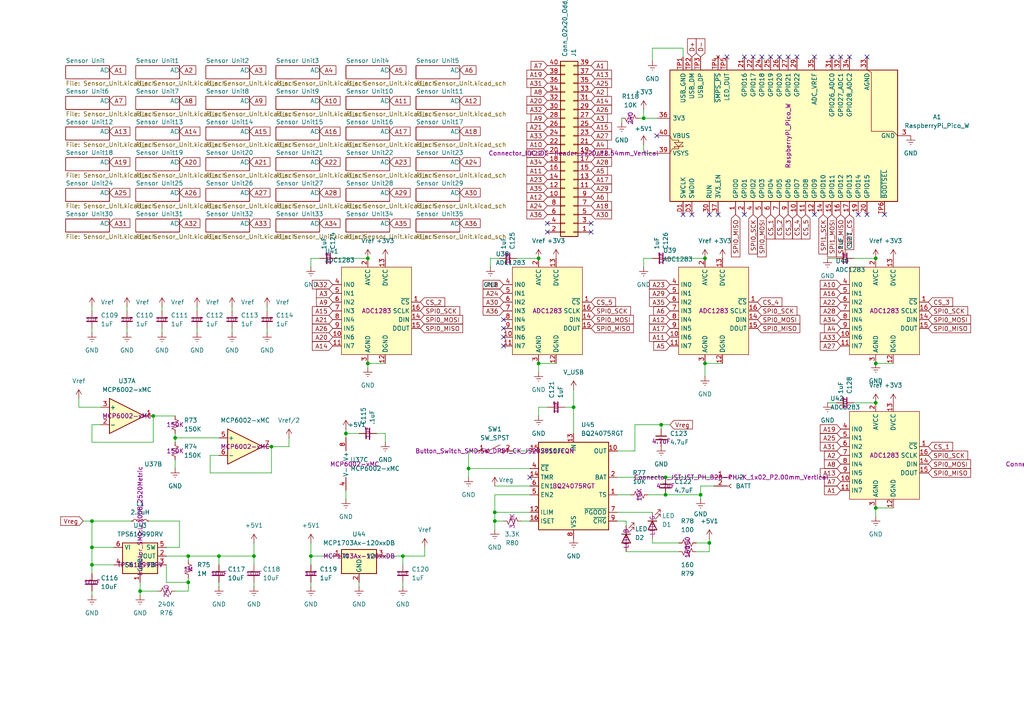
<source format=kicad_sch>
(kicad_sch (version 20250114) (generator "eeschema") (generator_version "9.0")
  (paper "A4")
  (junction (at 78.74 129.54))
  (junction (at 335.28 137.16))
  (junction (at 156.21 105.41))
  (junction (at 311.15 160.02))
  (junction (at 203.2 143.51))
  (junction (at 156.21 74.93))
  (junction (at 50.8 127))
  (junction (at 330.2 137.16))
  (junction (at 334.01 146.05))
  (junction (at 106.68 105.41))
  (junction (at 205.74 157.48))
  (junction (at 143.51 148.59))
  (junction (at 186.69 34.29))
  (junction (at 330.2 132.08))
  (junction (at 166.37 118.11))
  (junction (at 193.04 138.43))
  (junction (at 40.64 171.45))
  (junction (at 254 105.41))
  (junction (at 54.61 168.91))
  (junction (at 44.45 120.65))
  (junction (at 100.33 125.73))
  (junction (at 63.5 161.29))
  (junction (at 193.04 143.51))
  (junction (at 26.67 158.75))
  (junction (at 204.47 74.93))
  (junction (at 90.17 161.29))
  (junction (at 330.2 127))
  (junction (at 191.77 123.19))
  (junction (at 204.47 105.41))
  (junction (at 332.74 137.16))
  (junction (at 106.68 74.93))
  (junction (at 26.67 163.83))
  (junction (at 254 147.32))
  (junction (at 254 74.93))
  (junction (at 54.61 161.29))
  (junction (at 254 116.84))
  (junction (at 116.84 161.29))
  (junction (at 26.67 151.13))
  (junction (at 332.74 132.08))
  (junction (at 143.51 151.13))
  (junction (at 135.89 135.89))
  (junction (at 73.66 161.29))
  (no_connect (at 198.12 62.23))
  (no_connect (at 220.98 16.51))
  (no_connect (at 146.05 95.25))
  (no_connect (at 146.05 100.33))
  (no_connect (at 210.82 16.51))
  (no_connect (at 158.75 64.77))
  (no_connect (at 226.06 16.51))
  (no_connect (at 236.22 16.51))
  (no_connect (at 218.44 16.51))
  (no_connect (at 215.9 16.51))
  (no_connect (at 236.22 62.23))
  (no_connect (at 248.92 62.23))
  (no_connect (at 231.14 16.51))
  (no_connect (at 44.45 245.11))
  (no_connect (at 223.52 16.51))
  (no_connect (at 251.46 16.51))
  (no_connect (at 146.05 97.79))
  (no_connect (at 44.45 224.79))
  (no_connect (at 208.28 62.23))
  (no_connect (at 228.6 16.51))
  (no_connect (at 171.45 64.77))
  (no_connect (at 158.75 67.31))
  (no_connect (at 205.74 62.23))
  (no_connect (at 153.67 138.43))
  (no_connect (at 241.3 16.51))
  (no_connect (at 44.45 247.65))
  (no_connect (at 256.54 62.23))
  (no_connect (at 246.38 16.51))
  (no_connect (at 146.05 92.71))
  (no_connect (at 215.9 62.23))
  (no_connect (at 200.66 62.23))
  (no_connect (at 243.84 16.51))
  (no_connect (at 251.46 62.23))
  (no_connect (at 171.45 67.31))
  (no_connect (at 190.5 39.37))
  (no_connect (at 44.45 242.57))
  (wire (pts (xy 116.84 161.29) (xy 111.76 161.29)))
  (wire (pts (xy 100.33 142.24) (xy 100.33 144.78)))
  (wire (pts (xy 190.5 34.29) (xy 186.69 34.29)))
  (wire (pts (xy 143.51 151.13) (xy 143.51 148.59)))
  (wire (pts (xy 181.61 151.13) (xy 181.61 152.4)))
  (wire (pts (xy 179.07 148.59) (xy 189.23 148.59)))
  (wire (pts (xy 179.07 138.43) (xy 193.04 138.43)))
  (wire (pts (xy 26.67 158.75) (xy 33.02 158.75)))
  (wire (pts (xy 48.26 161.29) (xy 54.61 161.29)))
  (wire (pts (xy 191.77 123.19) (xy 191.77 124.46)))
  (wire (pts (xy 254 74.93) (xy 247.65 74.93)))
  (wire (pts (xy 57.15 88.9) (xy 57.15 90.17)))
  (wire (pts (xy 314.96 160.02) (xy 314.96 157.48)))
  (wire (pts (xy 77.47 88.9) (xy 77.47 90.17)))
  (wire (pts (xy 24.13 151.13) (xy 26.67 151.13)))
  (wire (pts (xy 116.84 168.91) (xy 116.84 170.18)))
  (wire (pts (xy 186.69 41.91) (xy 186.69 44.45)))
  (wire (pts (xy 193.04 138.43) (xy 207.01 138.43)))
  (wire (pts (xy 29.21 123.19) (xy 26.67 123.19)))
  (wire (pts (xy 193.04 143.51) (xy 203.2 143.51)))
  (wire (pts (xy 335.28 146.05) (xy 335.28 142.24)))
  (wire (pts (xy 332.74 132.08) (xy 337.82 132.08)))
  (wire (pts (xy 189.23 74.93) (xy 186.69 74.93)))
  (wire (pts (xy 332.74 137.16) (xy 332.74 146.05)))
  (wire (pts (xy 67.31 95.25) (xy 67.31 96.52)))
  (wire (pts (xy 254 147.32) (xy 254 149.86)))
  (wire (pts (xy 205.74 157.48) (xy 205.74 156.21)))
  (wire (pts (xy 201.93 160.02) (xy 205.74 160.02)))
  (wire (pts (xy 26.67 163.83) (xy 33.02 163.83)))
  (wire (pts (xy 180.34 34.29) (xy 180.34 35.56)))
  (wire (pts (xy 166.37 113.03) (xy 166.37 118.11)))
  (wire (pts (xy 187.96 143.51) (xy 193.04 143.51)))
  (wire (pts (xy 63.5 161.29) (xy 54.61 161.29)))
  (wire (pts (xy 179.07 151.13) (xy 181.61 151.13)))
  (wire (pts (xy 21.59 232.41) (xy 44.45 232.41)))
  (wire (pts (xy 26.67 123.19) (xy 26.67 128.27)))
  (wire (pts (xy 116.84 161.29) (xy 123.19 161.29)))
  (wire (pts (xy 203.2 144.78) (xy 203.2 143.51)))
  (wire (pts (xy 143.51 151.13) (xy 146.05 151.13)))
  (wire (pts (xy 36.83 95.25) (xy 36.83 96.52)))
  (wire (pts (xy 242.57 74.93) (xy 240.03 74.93)))
  (wire (pts (xy 63.5 168.91) (xy 63.5 170.18)))
  (wire (pts (xy 179.07 143.51) (xy 182.88 143.51)))
  (wire (pts (xy 111.76 125.73) (xy 111.76 128.27)))
  (wire (pts (xy 346.71 127) (xy 330.2 127)))
  (wire (pts (xy 307.34 157.48) (xy 307.34 160.02)))
  (wire (pts (xy 78.74 129.54) (xy 83.82 129.54)))
  (wire (pts (xy 48.26 158.75) (xy 52.07 158.75)))
  (wire (pts (xy 332.74 137.16) (xy 335.28 137.16)))
  (wire (pts (xy 73.66 168.91) (xy 73.66 170.18)))
  (wire (pts (xy 87.63 247.65) (xy 87.63 250.19)))
  (wire (pts (xy 148.59 130.81) (xy 153.67 130.81)))
  (wire (pts (xy 104.14 125.73) (xy 100.33 125.73)))
  (wire (pts (xy 50.8 125.73) (xy 50.8 127)))
  (wire (pts (xy 186.69 44.45) (xy 190.5 44.45)))
  (wire (pts (xy 311.15 160.02) (xy 311.15 162.56)))
  (wire (pts (xy 204.47 74.93) (xy 194.31 74.93)))
  (wire (pts (xy 90.17 163.83) (xy 90.17 161.29)))
  (wire (pts (xy 201.93 157.48) (xy 205.74 157.48)))
  (wire (pts (xy 83.82 127) (xy 83.82 129.54)))
  (wire (pts (xy 166.37 118.11) (xy 166.37 125.73)))
  (wire (pts (xy 204.47 105.41) (xy 209.55 105.41)))
  (wire (pts (xy 100.33 124.46) (xy 100.33 125.73)))
  (wire (pts (xy 205.74 160.02) (xy 205.74 157.48)))
  (wire (pts (xy 153.67 135.89) (xy 135.89 135.89)))
  (wire (pts (xy 50.8 133.35) (xy 50.8 135.89)))
  (wire (pts (xy 203.2 143.51) (xy 203.2 140.97)))
  (wire (pts (xy 335.28 137.16) (xy 337.82 137.16)))
  (wire (pts (xy 254 105.41) (xy 259.08 105.41)))
  (wire (pts (xy 156.21 120.65) (xy 156.21 118.11)))
  (wire (pts (xy 184.15 123.19) (xy 184.15 130.81)))
  (wire (pts (xy 332.74 146.05) (xy 334.01 146.05)))
  (wire (pts (xy 156.21 105.41) (xy 156.21 107.95)))
  (wire (pts (xy 46.99 88.9) (xy 46.99 90.17)))
  (wire (pts (xy 40.64 234.95) (xy 44.45 234.95)))
  (wire (pts (xy 242.57 116.84) (xy 240.03 116.84)))
  (wire (pts (xy 60.96 137.16) (xy 78.74 137.16)))
  (wire (pts (xy 351.79 127) (xy 355.6 127)))
  (wire (pts (xy 44.45 128.27) (xy 44.45 120.65)))
  (wire (pts (xy 156.21 118.11) (xy 158.75 118.11)))
  (wire (pts (xy 40.64 171.45) (xy 45.72 171.45)))
  (wire (pts (xy 54.61 161.29) (xy 54.61 162.56)))
  (wire (pts (xy 143.51 153.67) (xy 143.51 151.13)))
  (wire (pts (xy 50.8 127) (xy 50.8 128.27)))
  (wire (pts (xy 44.45 120.65) (xy 50.8 120.65)))
  (wire (pts (xy 184.15 123.19) (xy 191.77 123.19)))
  (wire (pts (xy 163.83 118.11) (xy 166.37 118.11)))
  (wire (pts (xy 36.83 88.9) (xy 36.83 90.17)))
  (wire (pts (xy 143.51 143.51) (xy 153.67 143.51)))
  (wire (pts (xy 26.67 128.27) (xy 44.45 128.27)))
  (wire (pts (xy 78.74 137.16) (xy 78.74 129.54)))
  (wire (pts (xy 63.5 161.29) (xy 73.66 161.29)))
  (wire (pts (xy 330.2 137.16) (xy 330.2 139.7)))
  (wire (pts (xy 22.86 115.57) (xy 22.86 118.11)))
  (wire (pts (xy 26.67 151.13) (xy 26.67 158.75)))
  (wire (pts (xy 38.1 151.13) (xy 26.67 151.13)))
  (wire (pts (xy 44.45 237.49) (xy 21.59 237.49)))
  (wire (pts (xy 106.68 105.41) (xy 106.68 106.68)))
  (wire (pts (xy 151.13 151.13) (xy 153.67 151.13)))
  (wire (pts (xy 203.2 140.97) (xy 207.01 140.97)))
  (wire (pts (xy 50.8 127) (xy 63.5 127)))
  (wire (pts (xy 40.64 227.33) (xy 44.45 227.33)))
  (wire (pts (xy 144.78 74.93) (xy 142.24 74.93)))
  (wire (pts (xy 73.66 157.48) (xy 73.66 161.29)))
  (wire (pts (xy 22.86 118.11) (xy 29.21 118.11)))
  (wire (pts (xy 90.17 157.48) (xy 90.17 161.29)))
  (wire (pts (xy 142.24 74.93) (xy 142.24 77.47)))
  (wire (pts (xy 92.71 74.93) (xy 90.17 74.93)))
  (wire (pts (xy 186.69 34.29) (xy 186.69 31.75)))
  (wire (pts (xy 156.21 74.93) (xy 149.86 74.93)))
  (wire (pts (xy 307.34 160.02) (xy 311.15 160.02)))
  (wire (pts (xy 26.67 171.45) (xy 26.67 172.72)))
  (wire (pts (xy 77.47 95.25) (xy 77.47 96.52)))
  (wire (pts (xy 40.64 229.87) (xy 44.45 229.87)))
  (wire (pts (xy 135.89 130.81) (xy 138.43 130.81)))
  (wire (pts (xy 50.8 171.45) (xy 54.61 171.45)))
  (wire (pts (xy 100.33 125.73) (xy 100.33 127)))
  (wire (pts (xy 189.23 13.97) (xy 189.23 17.78)))
  (wire (pts (xy 26.67 88.9) (xy 26.67 90.17)))
  (wire (pts (xy 106.68 105.41) (xy 111.76 105.41)))
  (wire (pts (xy 191.77 123.19) (xy 194.31 123.19)))
  (wire (pts (xy 204.47 105.41) (xy 204.47 109.22)))
  (wire (pts (xy 189.23 157.48) (xy 196.85 157.48)))
  (wire (pts (xy 254 147.32) (xy 259.08 147.32)))
  (wire (pts (xy 52.07 151.13) (xy 43.18 151.13)))
  (wire (pts (xy 198.12 13.97) (xy 189.23 13.97)))
  (wire (pts (xy 26.67 95.25) (xy 26.67 96.52)))
  (wire (pts (xy 52.07 158.75) (xy 52.07 151.13)))
  (wire (pts (xy 143.51 140.97) (xy 153.67 140.97)))
  (wire (pts (xy 254 116.84) (xy 247.65 116.84)))
  (wire (pts (xy 143.51 148.59) (xy 143.51 143.51)))
  (wire (pts (xy 21.59 224.79) (xy 21.59 232.41)))
  (wire (pts (xy 26.67 158.75) (xy 26.67 163.83)))
  (wire (pts (xy 334.01 146.05) (xy 335.28 146.05)))
  (wire (pts (xy 179.07 130.81) (xy 184.15 130.81)))
  (wire (pts (xy 189.23 156.21) (xy 189.23 157.48)))
  (wire (pts (xy 109.22 125.73) (xy 111.76 125.73)))
  (wire (pts (xy 330.2 137.16) (xy 332.74 137.16)))
  (wire (pts (xy 73.66 163.83) (xy 73.66 161.29)))
  (wire (pts (xy 63.5 161.29) (xy 63.5 163.83)))
  (wire (pts (xy 123.19 161.29) (xy 123.19 158.75)))
  (wire (pts (xy 54.61 167.64) (xy 54.61 168.91)))
  (wire (pts (xy 26.67 166.37) (xy 26.67 163.83)))
  (wire (pts (xy 330.2 124.46) (xy 330.2 127)))
  (wire (pts (xy 46.99 95.25) (xy 46.99 96.52)))
  (wire (pts (xy 54.61 168.91) (xy 54.61 171.45)))
  (wire (pts (xy 135.89 135.89) (xy 135.89 138.43)))
  (wire (pts (xy 198.12 16.51) (xy 198.12 13.97)))
  (wire (pts (xy 63.5 132.08) (xy 60.96 132.08)))
  (wire (pts (xy 67.31 88.9) (xy 67.31 90.17)))
  (wire (pts (xy 156.21 105.41) (xy 161.29 105.41)))
  (wire (pts (xy 330.2 119.38) (xy 334.01 119.38)))
  (wire (pts (xy 311.15 160.02) (xy 314.96 160.02)))
  (wire (pts (xy 40.64 240.03) (xy 44.45 240.03)))
  (wire (pts (xy 48.26 163.83) (xy 48.26 168.91)))
  (wire (pts (xy 185.42 34.29) (xy 186.69 34.29)))
  (wire (pts (xy 181.61 160.02) (xy 196.85 160.02)))
  (wire (pts (xy 355.6 127) (xy 355.6 128.27)))
  (wire (pts (xy 135.89 130.81) (xy 135.89 135.89)))
  (wire (pts (xy 143.51 148.59) (xy 153.67 148.59)))
  (wire (pts (xy 116.84 161.29) (xy 116.84 163.83)))
  (wire (pts (xy 21.59 237.49) (xy 21.59 245.11)))
  (wire (pts (xy 48.26 168.91) (xy 54.61 168.91)))
  (wire (pts (xy 40.64 171.45) (xy 40.64 172.72)))
  (wire (pts (xy 104.14 168.91) (xy 104.14 170.18)))
  (wire (pts (xy 97.79 74.93) (xy 106.68 74.93)))
  (wire (pts (xy 90.17 74.93) (xy 90.17 77.47)))
  (wire (pts (xy 40.64 168.91) (xy 40.64 171.45)))
  (wire (pts (xy 90.17 168.91) (xy 90.17 170.18)))
  (wire (pts (xy 334.01 119.38) (xy 334.01 116.84)))
  (wire (pts (xy 186.69 74.93) (xy 186.69 77.47)))
  (wire (pts (xy 57.15 95.25) (xy 57.15 96.52)))
  (wire (pts (xy 330.2 132.08) (xy 330.2 134.62)))
  (wire (pts (xy 330.2 132.08) (xy 332.74 132.08)))
  (wire (pts (xy 60.96 132.08) (xy 60.96 137.16)))
  (wire (pts (xy 90.17 161.29) (xy 96.52 161.29)))
  (global_label "A3" (shape input) (at 171.45 34.29 0) (property "Intersheetrefs" "${INTERSHEET_REFS}" (effects (hide yes))))
  (global_label "A34" (shape input) (at 92.71 64.77 0) (property "Intersheetrefs" "${INTERSHEET_REFS}" (effects (hide yes))))
  (global_label "SPI0_MOSI" (shape input) (at 121.92 92.71 0) (property "Intersheetrefs" "${INTERSHEET_REFS}" (effects (hide yes))))
  (global_label "A21" (shape input) (at 158.75 36.83 180) (property "Intersheetrefs" "${INTERSHEET_REFS}" (effects (hide yes))))
  (global_label "SPI1_MOSI" (shape input) (at 40.64 229.87 180) (property "Intersheetrefs" "${INTERSHEET_REFS}" (effects (hide yes))))
  (global_label "A36" (shape input) (at 146.05 90.17 180) (property "Intersheetrefs" "${INTERSHEET_REFS}" (effects (hide yes))))
  (global_label "A14" (shape input) (at 52.07 38.1 0) (property "Intersheetrefs" "${INTERSHEET_REFS}" (effects (hide yes))))
  (global_label "SPI1_MISO" (shape input) (at 40.64 240.03 180) (property "Intersheetrefs" "${INTERSHEET_REFS}" (effects (hide yes))))
  (global_label "D+" (shape input) (at 337.82 137.16 0) (property "Intersheetrefs" "${INTERSHEET_REFS}" (effects (hide yes))))
  (global_label "A32" (shape input) (at 96.52 82.55 180) (property "Intersheetrefs" "${INTERSHEET_REFS}" (effects (hide yes))))
  (global_label "A21" (shape input) (at 96.52 92.71 180) (property "Intersheetrefs" "${INTERSHEET_REFS}" (effects (hide yes))))
  (global_label "SPI0_SCK" (shape input) (at 121.92 90.17 0) (property "Intersheetrefs" "${INTERSHEET_REFS}" (effects (hide yes))))
  (global_label "A11" (shape input) (at 158.75 49.53 180) (property "Intersheetrefs" "${INTERSHEET_REFS}" (effects (hide yes))))
  (global_label "A7" (shape input) (at 158.75 19.05 180) (property "Intersheetrefs" "${INTERSHEET_REFS}" (effects (hide yes))))
  (global_label "SPI0_MOSI" (shape input) (at 269.24 92.71 0) (property "Intersheetrefs" "${INTERSHEET_REFS}" (effects (hide yes))))
  (global_label "A1" (shape input) (at 171.45 19.05 0) (property "Intersheetrefs" "${INTERSHEET_REFS}" (effects (hide yes))))
  (global_label "A3" (shape input) (at 96.52 85.09 180) (property "Intersheetrefs" "${INTERSHEET_REFS}" (effects (hide yes))))
  (global_label "A27" (shape input) (at 243.84 100.33 180) (property "Intersheetrefs" "${INTERSHEET_REFS}" (effects (hide yes))))
  (global_label "CS_1" (shape input) (at 223.52 62.23 270) (property "Intersheetrefs" "${INTERSHEET_REFS}" (effects (hide yes))))
  (global_label "A30" (shape input) (at 146.05 87.63 180) (property "Intersheetrefs" "${INTERSHEET_REFS}" (effects (hide yes))))
  (global_label "A29" (shape input) (at 171.45 54.61 0) (property "Intersheetrefs" "${INTERSHEET_REFS}" (effects (hide yes))))
  (global_label "A4" (shape input) (at 92.71 20.32 0) (property "Intersheetrefs" "${INTERSHEET_REFS}" (effects (hide yes))))
  (global_label "A36" (shape input) (at 158.75 62.23 180) (property "Intersheetrefs" "${INTERSHEET_REFS}" (effects (hide yes))))
  (global_label "A32" (shape input) (at 158.75 31.75 180) (property "Intersheetrefs" "${INTERSHEET_REFS}" (effects (hide yes))))
  (global_label "A33" (shape input) (at 158.75 39.37 180) (property "Intersheetrefs" "${INTERSHEET_REFS}" (effects (hide yes))))
  (global_label "A15" (shape input) (at 72.39 38.1 0) (property "Intersheetrefs" "${INTERSHEET_REFS}" (effects (hide yes))))
  (global_label "A20" (shape input) (at 52.07 46.99 0) (property "Intersheetrefs" "${INTERSHEET_REFS}" (effects (hide yes))))
  (global_label "A34" (shape input) (at 158.75 46.99 180) (property "Intersheetrefs" "${INTERSHEET_REFS}" (effects (hide yes))))
  (global_label "A16" (shape input) (at 243.84 85.09 180) (property "Intersheetrefs" "${INTERSHEET_REFS}" (effects (hide yes))))
  (global_label "A9" (shape input) (at 158.75 34.29 180) (property "Intersheetrefs" "${INTERSHEET_REFS}" (effects (hide yes))))
  (global_label "SPI0_SCK" (shape input) (at 219.71 90.17 0) (property "Intersheetrefs" "${INTERSHEET_REFS}" (effects (hide yes))))
  (global_label "SPI0_MOSI" (shape input) (at 220.98 62.23 270) (property "Intersheetrefs" "${INTERSHEET_REFS}" (effects (hide yes))))
  (global_label "A8" (shape input) (at 243.84 134.62 180) (property "Intersheetrefs" "${INTERSHEET_REFS}" (effects (hide yes))))
  (global_label "A23" (shape input) (at 113.03 46.99 0) (property "Intersheetrefs" "${INTERSHEET_REFS}" (effects (hide yes))))
  (global_label "A16" (shape input) (at 171.45 44.45 0) (property "Intersheetrefs" "${INTERSHEET_REFS}" (effects (hide yes))))
  (global_label "A30" (shape input) (at 171.45 62.23 0) (property "Intersheetrefs" "${INTERSHEET_REFS}" (effects (hide yes))))
  (global_label "A35" (shape input) (at 194.31 87.63 180) (property "Intersheetrefs" "${INTERSHEET_REFS}" (effects (hide yes))))
  (global_label "A8" (shape input) (at 52.07 29.21 0) (property "Intersheetrefs" "${INTERSHEET_REFS}" (effects (hide yes))))
  (global_label "A35" (shape input) (at 113.03 64.77 0) (property "Intersheetrefs" "${INTERSHEET_REFS}" (effects (hide yes))))
  (global_label "A12" (shape input) (at 133.35 29.21 0) (property "Intersheetrefs" "${INTERSHEET_REFS}" (effects (hide yes))))
  (global_label "A22" (shape input) (at 92.71 46.99 0) (property "Intersheetrefs" "${INTERSHEET_REFS}" (effects (hide yes))))
  (global_label "CS_2" (shape input) (at 121.92 87.63 0) (property "Intersheetrefs" "${INTERSHEET_REFS}" (effects (hide yes))))
  (global_label "A30" (shape input) (at 133.35 55.88 0) (property "Intersheetrefs" "${INTERSHEET_REFS}" (effects (hide yes))))
  (global_label "A35" (shape input) (at 158.75 54.61 180) (property "Intersheetrefs" "${INTERSHEET_REFS}" (effects (hide yes))))
  (global_label "A32" (shape input) (at 52.07 64.77 0) (property "Intersheetrefs" "${INTERSHEET_REFS}" (effects (hide yes))))
  (global_label "A29" (shape input) (at 194.31 85.09 180) (property "Intersheetrefs" "${INTERSHEET_REFS}" (effects (hide yes))))
  (global_label "A28" (shape input) (at 92.71 55.88 0) (property "Intersheetrefs" "${INTERSHEET_REFS}" (effects (hide yes))))
  (global_label "A6" (shape input) (at 194.31 90.17 180) (property "Intersheetrefs" "${INTERSHEET_REFS}" (effects (hide yes))))
  (global_label "A26" (shape input) (at 171.45 31.75 0) (property "Intersheetrefs" "${INTERSHEET_REFS}" (effects (hide yes))))
  (global_label "A29" (shape input) (at 113.03 55.88 0) (property "Intersheetrefs" "${INTERSHEET_REFS}" (effects (hide yes))))
  (global_label "SPI0_SCK" (shape input) (at 171.45 90.17 0) (property "Intersheetrefs" "${INTERSHEET_REFS}" (effects (hide yes))))
  (global_label "A17" (shape input) (at 113.03 38.1 0) (property "Intersheetrefs" "${INTERSHEET_REFS}" (effects (hide yes))))
  (global_label "SPI0_SCK" (shape input) (at 269.24 132.08 0) (property "Intersheetrefs" "${INTERSHEET_REFS}" (effects (hide yes))))
  (global_label "A15" (shape input) (at 96.52 90.17 180) (property "Intersheetrefs" "${INTERSHEET_REFS}" (effects (hide yes))))
  (global_label "SPI1_SCK" (shape input) (at 40.64 234.95 180) (property "Intersheetrefs" "${INTERSHEET_REFS}" (effects (hide yes))))
  (global_label "SPI1_MOSI" (shape input) (at 241.3 62.23 270) (property "Intersheetrefs" "${INTERSHEET_REFS}" (effects (hide yes))))
  (global_label "A11" (shape input) (at 194.31 97.79 180) (property "Intersheetrefs" "${INTERSHEET_REFS}" (effects (hide yes))))
  (global_label "SPI0_MOSI" (shape input) (at 269.24 134.62 0) (property "Intersheetrefs" "${INTERSHEET_REFS}" (effects (hide yes))))
  (global_label "Vreg" (shape input) (at 194.31 123.19 0) (property "Intersheetrefs" "${INTERSHEET_REFS}" (effects (hide yes))))
  (global_label "A25" (shape input) (at 243.84 127 180) (property "Intersheetrefs" "${INTERSHEET_REFS}" (effects (hide yes))))
  (global_label "A27" (shape input) (at 171.45 39.37 0) (property "Intersheetrefs" "${INTERSHEET_REFS}" (effects (hide yes))))
  (global_label "CS_2" (shape input) (at 226.06 62.23 270) (property "Intersheetrefs" "${INTERSHEET_REFS}" (effects (hide yes))))
  (global_label "A20" (shape input) (at 158.75 29.21 180) (property "Intersheetrefs" "${INTERSHEET_REFS}" (effects (hide yes))))
  (global_label "A25" (shape input) (at 31.75 55.88 0) (property "Intersheetrefs" "${INTERSHEET_REFS}" (effects (hide yes))))
  (global_label "A4" (shape input) (at 171.45 41.91 0) (property "Intersheetrefs" "${INTERSHEET_REFS}" (effects (hide yes))))
  (global_label "A24" (shape input) (at 146.05 85.09 180) (property "Intersheetrefs" "${INTERSHEET_REFS}" (effects (hide yes))))
  (global_label "A24" (shape input) (at 158.75 59.69 180) (property "Intersheetrefs" "${INTERSHEET_REFS}" (effects (hide yes))))
  (global_label "A28" (shape input) (at 243.84 90.17 180) (property "Intersheetrefs" "${INTERSHEET_REFS}" (effects (hide yes))))
  (global_label "A5" (shape input) (at 113.03 20.32 0) (property "Intersheetrefs" "${INTERSHEET_REFS}" (effects (hide yes))))
  (global_label "A16" (shape input) (at 92.71 38.1 0) (property "Intersheetrefs" "${INTERSHEET_REFS}" (effects (hide yes))))
  (global_label "A22" (shape input) (at 243.84 87.63 180) (property "Intersheetrefs" "${INTERSHEET_REFS}" (effects (hide yes))))
  (global_label "A17" (shape input) (at 171.45 52.07 0) (property "Intersheetrefs" "${INTERSHEET_REFS}" (effects (hide yes))))
  (global_label "A14" (shape input) (at 96.52 100.33 180) (property "Intersheetrefs" "${INTERSHEET_REFS}" (effects (hide yes))))
  (global_label "A19" (shape input) (at 243.84 124.46 180) (property "Intersheetrefs" "${INTERSHEET_REFS}" (effects (hide yes))))
  (global_label "A20" (shape input) (at 96.52 97.79 180) (property "Intersheetrefs" "${INTERSHEET_REFS}" (effects (hide yes))))
  (global_label "A1" (shape input) (at 243.84 142.24 180) (property "Intersheetrefs" "${INTERSHEET_REFS}" (effects (hide yes))))
  (global_label "A23" (shape input) (at 158.75 52.07 180) (property "Intersheetrefs" "${INTERSHEET_REFS}" (effects (hide yes))))
  (global_label "A31" (shape input) (at 243.84 129.54 180) (property "Intersheetrefs" "${INTERSHEET_REFS}" (effects (hide yes))))
  (global_label "A24" (shape input) (at 133.35 46.99 0) (property "Intersheetrefs" "${INTERSHEET_REFS}" (effects (hide yes))))
  (global_label "A7" (shape input) (at 31.75 29.21 0) (property "Intersheetrefs" "${INTERSHEET_REFS}" (effects (hide yes))))
  (global_label "A31" (shape input) (at 31.75 64.77 0) (property "Intersheetrefs" "${INTERSHEET_REFS}" (effects (hide yes))))
  (global_label "A18" (shape input) (at 133.35 38.1 0) (property "Intersheetrefs" "${INTERSHEET_REFS}" (effects (hide yes))))
  (global_label "A10" (shape input) (at 92.71 29.21 0) (property "Intersheetrefs" "${INTERSHEET_REFS}" (effects (hide yes))))
  (global_label "A11" (shape input) (at 113.03 29.21 0) (property "Intersheetrefs" "${INTERSHEET_REFS}" (effects (hide yes))))
  (global_label "SPI0_MISO" (shape input) (at 121.92 95.25 0) (property "Intersheetrefs" "${INTERSHEET_REFS}" (effects (hide yes))))
  (global_label "A18" (shape input) (at 146.05 82.55 180) (property "Intersheetrefs" "${INTERSHEET_REFS}" (effects (hide yes))))
  (global_label "CS_5" (shape input) (at 233.68 62.23 270) (property "Intersheetrefs" "${INTERSHEET_REFS}" (effects (hide yes))))
  (global_label "SPI1_SCK" (shape input) (at 238.76 62.23 270) (property "Intersheetrefs" "${INTERSHEET_REFS}" (effects (hide yes))))
  (global_label "A2" (shape input) (at 243.84 132.08 180) (property "Intersheetrefs" "${INTERSHEET_REFS}" (effects (hide yes))))
  (global_label "A27" (shape input) (at 72.39 55.88 0) (property "Intersheetrefs" "${INTERSHEET_REFS}" (effects (hide yes))))
  (global_label "A9" (shape input) (at 96.52 87.63 180) (property "Intersheetrefs" "${INTERSHEET_REFS}" (effects (hide yes))))
  (global_label "A23" (shape input) (at 194.31 82.55 180) (property "Intersheetrefs" "${INTERSHEET_REFS}" (effects (hide yes))))
  (global_label "A5" (shape input) (at 171.45 49.53 0) (property "Intersheetrefs" "${INTERSHEET_REFS}" (effects (hide yes))))
  (global_label "A25" (shape input) (at 171.45 24.13 0) (property "Intersheetrefs" "${INTERSHEET_REFS}" (effects (hide yes))))
  (global_label "A33" (shape input) (at 72.39 64.77 0) (property "Intersheetrefs" "${INTERSHEET_REFS}" (effects (hide yes))))
  (global_label "A4" (shape input) (at 243.84 95.25 180) (property "Intersheetrefs" "${INTERSHEET_REFS}" (effects (hide yes))))
  (global_label "D-" (shape input) (at 337.82 132.08 0) (property "Intersheetrefs" "${INTERSHEET_REFS}" (effects (hide yes))))
  (global_label "A13" (shape input) (at 171.45 21.59 0) (property "Intersheetrefs" "${INTERSHEET_REFS}" (effects (hide yes))))
  (global_label "A7" (shape input) (at 243.84 139.7 180) (property "Intersheetrefs" "${INTERSHEET_REFS}" (effects (hide yes))))
  (global_label "CS_4" (shape input) (at 219.71 87.63 0) (property "Intersheetrefs" "${INTERSHEET_REFS}" (effects (hide yes))))
  (global_label "A34" (shape input) (at 243.84 92.71 180) (property "Intersheetrefs" "${INTERSHEET_REFS}" (effects (hide yes))))
  (global_label "CS_5" (shape input) (at 171.45 87.63 0) (property "Intersheetrefs" "${INTERSHEET_REFS}" (effects (hide yes))))
  (global_label "A6" (shape input) (at 133.35 20.32 0) (property "Intersheetrefs" "${INTERSHEET_REFS}" (effects (hide yes))))
  (global_label "A8" (shape input) (at 158.75 26.67 180) (property "Intersheetrefs" "${INTERSHEET_REFS}" (effects (hide yes))))
  (global_label "CS_3" (shape input) (at 269.24 87.63 0) (property "Intersheetrefs" "${INTERSHEET_REFS}" (effects (hide yes))))
  (global_label "A9" (shape input) (at 72.39 29.21 0) (property "Intersheetrefs" "${INTERSHEET_REFS}" (effects (hide yes))))
  (global_label "A3" (shape input) (at 72.39 20.32 0) (property "Intersheetrefs" "${INTERSHEET_REFS}" (effects (hide yes))))
  (global_label "SPI0_MOSI" (shape input) (at 171.45 92.71 0) (property "Intersheetrefs" "${INTERSHEET_REFS}" (effects (hide yes))))
  (global_label "A10" (shape input) (at 158.75 41.91 180) (property "Intersheetrefs" "${INTERSHEET_REFS}" (effects (hide yes))))
  (global_label "SPI0_MISO" (shape input) (at 269.24 95.25 0) (property "Intersheetrefs" "${INTERSHEET_REFS}" (effects (hide yes))))
  (global_label "A26" (shape input) (at 96.52 95.25 180) (property "Intersheetrefs" "${INTERSHEET_REFS}" (effects (hide yes))))
  (global_label "D-" (shape input) (at 203.2 16.51 90) (property "Intersheetrefs" "${INTERSHEET_REFS}" (effects (hide yes))))
  (global_label "SPI0_MOSI" (shape input) (at 219.71 92.71 0) (property "Intersheetrefs" "${INTERSHEET_REFS}" (effects (hide yes))))
  (global_label "A28" (shape input) (at 171.45 46.99 0) (property "Intersheetrefs" "${INTERSHEET_REFS}" (effects (hide yes))))
  (global_label "SPI0_SCK" (shape input) (at 269.24 90.17 0) (property "Intersheetrefs" "${INTERSHEET_REFS}" (effects (hide yes))))
  (global_label "CS_1" (shape input) (at 269.24 129.54 0) (property "Intersheetrefs" "${INTERSHEET_REFS}" (effects (hide yes))))
  (global_label "A5" (shape input) (at 194.31 100.33 180) (property "Intersheetrefs" "${INTERSHEET_REFS}" (effects (hide yes))))
  (global_label "A2" (shape input) (at 52.07 20.32 0) (property "Intersheetrefs" "${INTERSHEET_REFS}" (effects (hide yes))))
  (global_label "A2" (shape input) (at 171.45 26.67 0) (property "Intersheetrefs" "${INTERSHEET_REFS}" (effects (hide yes))))
  (global_label "SPI0_MISO" (shape input) (at 213.36 62.23 270) (property "Intersheetrefs" "${INTERSHEET_REFS}" (effects (hide yes))))
  (global_label "A6" (shape input) (at 171.45 57.15 0) (property "Intersheetrefs" "${INTERSHEET_REFS}" (effects (hide yes))))
  (global_label "SPI0_SCK" (shape input) (at 218.44 62.23 270) (property "Intersheetrefs" "${INTERSHEET_REFS}" (effects (hide yes))))
  (global_label "SPI0_MISO" (shape input) (at 171.45 95.25 0) (property "Intersheetrefs" "${INTERSHEET_REFS}" (effects (hide yes))))
  (global_label "D+" (shape input) (at 200.66 16.51 90) (property "Intersheetrefs" "${INTERSHEET_REFS}" (effects (hide yes))))
  (global_label "CS_4" (shape input) (at 231.14 62.23 270) (property "Intersheetrefs" "${INTERSHEET_REFS}" (effects (hide yes))))
  (global_label "A18" (shape input) (at 171.45 59.69 0) (property "Intersheetrefs" "${INTERSHEET_REFS}" (effects (hide yes))))
  (global_label "Vreg" (shape input) (at 24.13 151.13 180) (property "Intersheetrefs" "${INTERSHEET_REFS}" (effects (hide yes))))
  (global_label "A33" (shape input) (at 243.84 97.79 180) (property "Intersheetrefs" "${INTERSHEET_REFS}" (effects (hide yes))))
  (global_label "A21" (shape input) (at 72.39 46.99 0) (property "Intersheetrefs" "${INTERSHEET_REFS}" (effects (hide yes))))
  (global_label "A1" (shape input) (at 31.75 20.32 0) (property "Intersheetrefs" "${INTERSHEET_REFS}" (effects (hide yes))))
  (global_label "A13" (shape input) (at 31.75 38.1 0) (property "Intersheetrefs" "${INTERSHEET_REFS}" (effects (hide yes))))
  (global_label "A36" (shape input) (at 133.35 64.77 0) (property "Intersheetrefs" "${INTERSHEET_REFS}" (effects (hide yes))))
  (global_label "A17" (shape input) (at 194.31 95.25 180) (property "Intersheetrefs" "${INTERSHEET_REFS}" (effects (hide yes))))
  (global_label "A12" (shape input) (at 194.31 92.71 180) (property "Intersheetrefs" "${INTERSHEET_REFS}" (effects (hide yes))))
  (global_label "SPI0_MISO" (shape input) (at 219.71 95.25 0) (property "Intersheetrefs" "${INTERSHEET_REFS}" (effects (hide yes))))
  (global_label "SPI1_MISO" (shape input) (at 243.84 62.23 270) (property "Intersheetrefs" "${INTERSHEET_REFS}" (effects (hide yes))))
  (global_label "A13" (shape input) (at 243.84 137.16 180) (property "Intersheetrefs" "${INTERSHEET_REFS}" (effects (hide yes))))
  (global_label "A19" (shape input) (at 31.75 46.99 0) (property "Intersheetrefs" "${INTERSHEET_REFS}" (effects (hide yes))))
  (global_label "SPI0_MISO" (shape input) (at 269.24 137.16 0) (property "Intersheetrefs" "${INTERSHEET_REFS}" (effects (hide yes))))
  (global_label "A14" (shape input) (at 171.45 29.21 0) (property "Intersheetrefs" "${INTERSHEET_REFS}" (effects (hide yes))))
  (global_label "A22" (shape input) (at 158.75 44.45 180) (property "Intersheetrefs" "${INTERSHEET_REFS}" (effects (hide yes))))
  (global_label "A15" (shape input) (at 171.45 36.83 0) (property "Intersheetrefs" "${INTERSHEET_REFS}" (effects (hide yes))))
  (global_label "A26" (shape input) (at 52.07 55.88 0) (property "Intersheetrefs" "${INTERSHEET_REFS}" (effects (hide yes))))
  (global_label "SPI1_CS" (shape input) (at 40.64 227.33 180) (property "Intersheetrefs" "${INTERSHEET_REFS}" (effects (hide yes))))
  (global_label "CS_3" (shape input) (at 228.6 62.23 270) (property "Intersheetrefs" "${INTERSHEET_REFS}" (effects (hide yes))))
  (global_label "A19" (shape input) (at 158.75 21.59 180) (property "Intersheetrefs" "${INTERSHEET_REFS}" (effects (hide yes))))
  (global_label "A31" (shape input) (at 158.75 24.13 180) (property "Intersheetrefs" "${INTERSHEET_REFS}" (effects (hide yes))))
  (global_label "A10" (shape input) (at 243.84 82.55 180) (property "Intersheetrefs" "${INTERSHEET_REFS}" (effects (hide yes))))
  (global_label "SPI1_CS" (shape input) (at 246.38 62.23 270) (property "Intersheetrefs" "${INTERSHEET_REFS}" (effects (hide yes))))
  (global_label "A12" (shape input) (at 158.75 57.15 180) (property "Intersheetrefs" "${INTERSHEET_REFS}" (effects (hide yes))))
  (symbol (lib_id "power:VCC") (at 100.33 124.46 0) (unit 1)
    (property "Reference" "#PWR014" (effects (hide yes)))
    (property "Value" "+5V1" (at 100.838 123.19 0) (effects (justify left)))
    (property "Description" "Power symbol creates a global label with name \"VCC\"" (effects (hide yes)))
  )
  (symbol (lib_id "Device:R_Small_US") (at 182.88 34.29 270) (mirror x) (unit 1)
    (property "Reference" "R118" (at 182.88 27.94 90))
    (property "Value" "10K" (at 182.88 30.48 90))
    (property "Footprint" "Resistor_SMD:R_0603_1608Metric" (effects (hide yes)))
    (property "Description" "Resistor, small US symbol" (effects (hide yes)))
    (property "Part Number" "240" (at 182.88 34.29 0))
  )
  (symbol (lib_id "power:VCC") (at 46.99 88.9 0) (unit 1)
    (property "Reference" "#PWR05" (effects (hide yes)))
    (property "Value" "Vref" (at 49.53 87.6299 0) (effects (justify left)))
    (property "Description" "Power symbol creates a global label with name \"VCC\"" (effects (hide yes)))
  )
  (symbol (lib_id "power:VCC") (at 205.74 156.21 0) (unit 1)
    (property "Reference" "#PWR0214" (effects (hide yes)))
    (property "Value" "+5V1" (at 205.74 151.13 0))
    (property "Description" "Power symbol creates a global label with name \"VCC\"" (effects (hide yes)))
  )
  (symbol (lib_id "power:Earth") (at 180.34 35.56 0) (unit 1)
    (property "Reference" "#PWR0249" (effects (hide yes)))
    (property "Value" "GND" (at 180.34 40.64 0))
    (property "Description" "Power symbol creates a global label with name \"Earth\"" (effects (hide yes)))
  )
  (symbol (lib_id "power:VCC") (at 209.55 74.93 0) (unit 1)
    (property "Reference" "#PWR0245" (effects (hide yes)))
    (property "Value" "+3V3" (at 209.55 69.85 0))
    (property "Description" "Power symbol creates a global label with name \"VCC\"" (effects (hide yes)))
  )
  (symbol (lib_id "Device:D_Small") (at 332.74 134.62 90) (mirror x) (unit 1)
    (property "Reference" "D3" (at 335.28 132.0799 90) (effects (justify right)))
    (property "Value" "D_Small" (at 335.28 134.6199 90) (effects (justify right)))
    (property "Footprint" "Diode_SMD:D_0805_2012Metric" (effects (hide yes)))
    (property "Description" "Diode, small symbol" (effects (hide yes)))
    (property "Sim.Device" "D" (effects (hide yes)))
    (property "Sim.Pins" "1=K 2=A" (effects (hide yes)))
    (property "Part Number" "Diode_SMD:D_0805_2012Metric" (at 336.042 121.158 90) (effects (justify right)))
  )
  (symbol (lib_id "power:Earth") (at 26.67 172.72 0) (unit 1)
    (property "Reference" "#PWR018" (effects (hide yes)))
    (property "Value" "GND" (at 26.67 177.8 0))
    (property "Description" "Power symbol creates a global label with name \"Earth\"" (effects (hide yes)))
  )
  (symbol (lib_id "Device:R_Small_US") (at 50.8 123.19 0) (unit 1)
    (property "Reference" "R73" (at 53.34 121.9199 0) (effects (justify left)))
    (property "Value" "150K" (at 53.34 124.4599 0) (effects (justify left)))
    (property "Footprint" "Resistor_SMD:R_0603_1608Metric" (effects (hide yes)))
    (property "Description" "Resistor, small US symbol" (effects (hide yes)))
    (property "Part Number" "150K" (at 50.8 123.19 0))
  )
  (symbol (lib_id "power:Earth") (at 186.69 77.47 0) (mirror y) (unit 1)
    (property "Reference" "#PWR0240" (effects (hide yes)))
    (property "Value" "GND" (at 186.69 82.55 0))
    (property "Description" "Power symbol creates a global label with name \"Earth\"" (effects (hide yes)))
  )
  (symbol (lib_id "Device:L_Small") (at 40.64 151.13 90) (unit 1)
    (property "Reference" "L1" (at 40.64 146.05 90))
    (property "Value" "2.2uH" (at 40.64 148.59 90))
    (property "Footprint" "Inductor_SMD:L_1008_2520Metric" (effects (hide yes)))
    (property "Description" "Inductor, small symbol" (effects (hide yes)))
    (property "Part Number" "Inductor_SMD:L_1008_2520Metric" (at 40.64 151.13 0))
  )
  (symbol (lib_id "power:Earth") (at 46.99 96.52 0) (unit 1)
    (property "Reference" "#PWR06" (effects (hide yes)))
    (property "Value" "GND" (at 46.99 101.6 0))
    (property "Description" "Power symbol creates a global label with name \"Earth\"" (effects (hide yes)))
  )
  (symbol (lib_id "Device:C_Small") (at 67.31 92.71 0) (unit 1)
    (property "Reference" "C113" (at 69.85 91.4462 0) (effects (justify left)))
    (property "Value" "1uF" (at 69.85 93.9862 0) (effects (justify left)))
    (property "Footprint" "Capacitor_SMD:C_0603_1608Metric" (effects (hide yes)))
    (property "Description" "Unpolarized capacitor, small symbol" (effects (hide yes)))
    (property "Part Number" "1uF" (at 67.31 92.71 0))
  )
  (symbol (lib_id "Battery_Management:BQ24075RGT") (at 166.37 140.97 0) (unit 1)
    (property "Reference" "U45" (at 168.5133 123.19 0) (effects (justify left)))
    (property "Value" "BQ24075RGT" (at 168.5133 125.73 0) (effects (justify left)))
    (property "Footprint" "Package_DFN_QFN:VQFN-16-1EP_3x3mm_P0.5mm_EP1.6x1.6mm" (effects (hide yes)))
    (property "Datasheet" "http://www.ti.com/lit/ds/symlink/bq24075.pdf" (effects (hide yes)))
    (property "Description" "USB-Friendly Li-Ion Battery Charger and Power-Path Management, VQFN-16" (effects (hide yes)))
    (property "Part Number" "BQ24075RGT" (at 166.37 140.97 0))
  )
  (symbol (lib_id "Device:C_Small") (at 191.77 127 0) (unit 1)
    (property "Reference" "C123" (at 194.31 125.7362 0) (effects (justify left)))
    (property "Value" "4.7uF" (at 194.31 128.2762 0) (effects (justify left)))
    (property "Footprint" "Capacitor_SMD:C_0603_1608Metric" (effects (hide yes)))
    (property "Description" "Unpolarized capacitor, small symbol" (effects (hide yes)))
    (property "Part Number" "4.7uF" (at 191.77 128.016 0))
  )
  (symbol (lib_id "power:VCC") (at 143.51 140.97 0) (unit 1)
    (property "Reference" "#PWR0217" (effects (hide yes)))
    (property "Value" "Vreg" (at 146.812 139.192 0))
    (property "Description" "Power symbol creates a global label with name \"VCC\"" (effects (hide yes)))
  )
  (symbol (lib_id "GBADump_Library:Micro_SD_Card_Det_Hirose_DM3AT") (at 67.31 234.95 0) (unit 1)
    (property "Reference" "J4" (at 67.945 213.36 0))
    (property "Value" "Micro_SD_Card_Det_Hirose_DM3AT" (at 67.945 215.9 0))
    (property "Footprint" "Connector_Card:microSD_HC_Hirose_DM3AT-SF-PEJM5" (effects (hide yes)))
    (property "Datasheet" "https://www.hirose.com/product/en/download_file/key_name/DM3/category/Catalog/doc_file_id/49662/?file_category_id=4&item_id=195&is_series=1" (effects (hide yes)))
    (property "Description" "Micro SD Card Socket with card detection pins" (effects (hide yes)))
    (property "Part Number" "Connector_Card:microSD_HC_Hirose_DM3AT-SF-PEJM5" (at 67.31 234.95 0))
  )
  (symbol (lib_id "Amplifier_Operational:MCP6002-xMC") (at 36.83 120.65 0) (unit 1)
    (property "Reference" "U37" (at 36.83 110.49 0))
    (property "Value" "MCP6002-xMC" (at 36.83 113.03 0))
    (property "Footprint" "Package_DFN_QFN:DFN-8-1EP_3x2mm_P0.5mm_EP1.75x1.45mm" (effects (hide yes)))
    (property "Datasheet" "http://ww1.microchip.com/downloads/en/DeviceDoc/21733j.pdf" (effects (hide yes)))
    (property "Description" "1MHz, Low-Power Op Amp, DFN-8" (effects (hide yes)))
    (property "Part Number" "MCP6002-xMC" (at 36.83 120.65 0))
  )
  (symbol (lib_id "Device:C_Small") (at 106.68 125.73 90) (unit 1)
    (property "Reference" "C115" (at 105.4162 123.19 0) (effects (justify left)))
    (property "Value" ".1uF" (at 107.9562 123.19 0) (effects (justify left)))
    (property "Footprint" "Capacitor_SMD:C_0603_1608Metric" (effects (hide yes)))
    (property "Description" "Unpolarized capacitor, small symbol" (effects (hide yes)))
    (property "Part Number" ".1uF" (at 106.68 125.73 0))
  )
  (symbol (lib_id "power:Earth") (at 40.64 172.72 0) (unit 1)
    (property "Reference" "#PWR019" (effects (hide yes)))
    (property "Value" "GND" (at 40.64 177.8 0))
    (property "Description" "Power symbol creates a global label with name \"Earth\"" (effects (hide yes)))
  )
  (symbol (lib_id "power:VCC") (at 90.17 157.48 0) (unit 1)
    (property "Reference" "#PWR0207" (effects (hide yes)))
    (property "Value" "+5V1" (at 90.17 152.4 0))
    (property "Description" "Power symbol creates a global label with name \"VCC\"" (effects (hide yes)))
  )
  (symbol (lib_id "power:Earth") (at 67.31 96.52 0) (unit 1)
    (property "Reference" "#PWR010" (effects (hide yes)))
    (property "Value" "GND" (at 67.31 101.6 0))
    (property "Description" "Power symbol creates a global label with name \"Earth\"" (effects (hide yes)))
  )
  (symbol (lib_id "power:VCC") (at 106.68 74.93 0) (mirror y) (unit 1)
    (property "Reference" "#PWR0220" (effects (hide yes)))
    (property "Value" "Vref" (at 106.68 69.85 0))
    (property "Description" "Power symbol creates a global label with name \"VCC\"" (effects (hide yes)))
  )
  (symbol (lib_id "power:Earth") (at 90.17 170.18 0) (unit 1)
    (property "Reference" "#PWR022" (effects (hide yes)))
    (property "Value" "GND" (at 90.17 175.26 0))
    (property "Description" "Power symbol creates a global label with name \"Earth\"" (effects (hide yes)))
  )
  (symbol (lib_id "Device:C_Small") (at 26.67 168.91 0) (unit 1)
    (property "Reference" "C116" (at 29.21 167.6462 0) (effects (justify left)))
    (property "Value" "10uF" (at 29.21 170.1862 0) (effects (justify left)))
    (property "Footprint" "Capacitor_SMD:C_0603_1608Metric" (effects (hide yes)))
    (property "Description" "Unpolarized capacitor, small symbol" (effects (hide yes)))
    (property "Part Number" "10uF" (at 26.67 168.91 0))
  )
  (symbol (lib_id "Device:C_Small") (at 245.11 116.84 270) (mirror x) (unit 1)
    (property "Reference" "C128" (at 246.3738 114.3 0) (effects (justify left)))
    (property "Value" "1uF" (at 243.8338 114.3 0) (effects (justify left)))
    (property "Footprint" "Capacitor_SMD:C_0603_1608Metric" (effects (hide yes)))
    (property "Description" "Unpolarized capacitor, small symbol" (effects (hide yes)))
    (property "Part Number" "1uF" (at 245.11 116.84 0))
  )
  (symbol (lib_id "power:Earth") (at 63.5 170.18 0) (unit 1)
    (property "Reference" "#PWR020" (effects (hide yes)))
    (property "Value" "GND" (at 63.5 175.26 0))
    (property "Description" "Power symbol creates a global label with name \"Earth\"" (effects (hide yes)))
  )
  (symbol (lib_id "Device:R_Small_US") (at 199.39 157.48 270) (unit 1)
    (property "Reference" "R78" (at 199.39 151.13 90))
    (property "Value" "100" (at 199.39 153.67 90))
    (property "Footprint" "Resistor_SMD:R_0603_1608Metric" (effects (hide yes)))
    (property "Description" "Resistor, small US symbol" (effects (hide yes)))
    (property "Part Number" "100" (at 199.39 157.48 0))
  )
  (symbol (lib_id "MCU_Module:RaspberryPi_Pico_W_Extensive") (at 228.6 39.37 90) (unit 1)
    (property "Reference" "A1" (at 271.78 33.9246 90))
    (property "Value" "RaspberryPi_Pico_W" (at 271.78 36.4646 90))
    (property "Footprint" "Module:RaspberryPi_Pico_W_SMD" (effects (hide yes)))
    (property "Datasheet" "https://datasheets.raspberrypi.com/picow/pico-w-datasheet.pdf" (effects (hide yes)))
    (property "Description" "Versatile and inexpensive wireless microcontroller module (with full pinout for test point and debug connections) powered by RP2040 dual-core Arm Cortex-M0+ processor up to 133 MHz, 264kB SRAM, 2MB QSPI flash, Infineon CYW43439 2.4GHz 802.11n wireless LAN; also supports Raspberry Pi Pico 2 W" (effects (hide yes)))
    (property "Part Number" "RaspberryPi_Pico_W" (at 228.6 39.37 0))
  )
  (symbol (lib_id "Connector:USB_C_Receptacle_USB2.0_14P") (at 314.96 134.62 0) (unit 1)
    (property "Reference" "J3" (at 314.96 111.76 0))
    (property "Value" "USB_C_Receptacle_USB2.0_14P" (at 314.96 114.3 0))
    (property "Footprint" "Connector_USB:USB_C_Receptacle_GCT_USB4085" (effects (hide yes)))
    (property "Datasheet" "https://www.usb.org/sites/default/files/documents/usb_type-c.zip" (effects (hide yes)))
    (property "Description" "USB 2.0-only 14P Type-C Receptacle connector" (effects (hide yes)))
    (property "Part Number" "Connector_USB:USB_C_Receptacle_GCT_USB4085" (at 314.96 134.62 0))
  )
  (symbol (lib_id "Device:C_Small") (at 57.15 92.71 0) (unit 1)
    (property "Reference" "C112" (at 59.69 91.4462 0) (effects (justify left)))
    (property "Value" "1uF" (at 59.69 93.9862 0) (effects (justify left)))
    (property "Footprint" "Capacitor_SMD:C_0603_1608Metric" (effects (hide yes)))
    (property "Description" "Unpolarized capacitor, small symbol" (effects (hide yes)))
    (property "Part Number" "1uF" (at 57.15 92.71 0))
  )
  (symbol (lib_id "power:Earth") (at 143.51 153.67 0) (unit 1)
    (property "Reference" "#PWR0216" (effects (hide yes)))
    (property "Value" "GND" (at 143.51 158.75 0))
    (property "Description" "Power symbol creates a global label with name \"Earth\"" (effects (hide yes)))
  )
  (symbol (lib_id "Analog_ADC:ADC1283") (at 256.54 90.17 0) (unit 1)
    (property "Reference" "U40" (at 242.316 75.692 0) (effects (justify left)))
    (property "Value" "ADC1283" (at 242.316 78.232 0) (effects (justify left)))
    (property "Footprint" "Package_SO:TSSOP-16_4.4x5mm_P0.65mm" (effects (hide yes)))
    (property "Datasheet" "https://www.st.com/resource/en/datasheet/adc1283.pdf" (effects (hide yes)))
    (property "Description" "Low power 8-channel single ended 12-bit SAR ADC, 50 ksps to 200 ksps, SPI, TSSOP-16" (effects (hide yes)))
    (property "Part Number" "ADC1283" (at 256.54 90.17 0))
  )
  (symbol (lib_id "Device:LED") (at 181.61 156.21 90) (mirror x) (unit 1)
    (property "Reference" "D2" (at 184.15 155.956 90) (effects (justify right)))
    (property "Value" "LED" (at 184.15 153.416 90) (effects (justify right)))
    (property "Footprint" "LED_SMD:LED_0805_2012Metric" (effects (hide yes)))
    (property "Description" "Light emitting diode" (effects (hide yes)))
    (property "Sim.Pins" "1=K 2=A" (effects (hide yes)))
    (property "Part Number" "LED B" (at 181.61 156.21 0))
  )
  (symbol (lib_id "Device:C_Small") (at 73.66 166.37 0) (unit 1)
    (property "Reference" "C118" (at 76.2 165.1062 0) (effects (justify left)))
    (property "Value" "10uF" (at 76.2 167.6462 0) (effects (justify left)))
    (property "Footprint" "Capacitor_SMD:C_0603_1608Metric" (effects (hide yes)))
    (property "Description" "Unpolarized capacitor, small symbol" (effects (hide yes)))
    (property "Part Number" "10uF" (at 73.66 166.37 0))
  )
  (symbol (lib_id "Analog_ADC:ADC1283") (at 207.01 90.17 0) (unit 1)
    (property "Reference" "U39" (at 192.278 72.644 0) (effects (justify left)))
    (property "Value" "ADC1283" (at 192.278 75.184 0) (effects (justify left)))
    (property "Footprint" "Package_SO:TSSOP-16_4.4x5mm_P0.65mm" (effects (hide yes)))
    (property "Datasheet" "https://www.st.com/resource/en/datasheet/adc1283.pdf" (effects (hide yes)))
    (property "Description" "Low power 8-channel single ended 12-bit SAR ADC, 50 ksps to 200 ksps, SPI, TSSOP-16" (effects (hide yes)))
    (property "Part Number" "ADC1283" (at 207.01 90.17 0))
  )
  (symbol (lib_id "Device:R_Small_US") (at 50.8 130.81 0) (unit 1)
    (property "Reference" "R74" (at 53.34 129.5399 0) (effects (justify left)))
    (property "Value" "150K" (at 53.34 132.0799 0) (effects (justify left)))
    (property "Footprint" "Resistor_SMD:R_0603_1608Metric" (effects (hide yes)))
    (property "Description" "Resistor, small US symbol" (effects (hide yes)))
    (property "Part Number" "150K" (at 50.8 130.81 0))
  )
  (symbol (lib_id "power:VCC") (at 77.47 88.9 0) (unit 1)
    (property "Reference" "#PWR011" (effects (hide yes)))
    (property "Value" "Vref" (at 80.01 87.6299 0) (effects (justify left)))
    (property "Description" "Power symbol creates a global label with name \"VCC\"" (effects (hide yes)))
  )
  (symbol (lib_id "Device:C_Small") (at 245.11 74.93 270) (mirror x) (unit 1)
    (property "Reference" "C127" (at 246.3738 72.39 0) (effects (justify left)))
    (property "Value" "1uF" (at 243.8338 72.39 0) (effects (justify left)))
    (property "Footprint" "Capacitor_SMD:C_0603_1608Metric" (effects (hide yes)))
    (property "Description" "Unpolarized capacitor, small symbol" (effects (hide yes)))
    (property "Part Number" "1uF" (at 245.11 74.93 0))
  )
  (symbol (lib_id "power:Earth") (at 156.21 107.95 0) (unit 1)
    (property "Reference" "#PWR0224" (effects (hide yes)))
    (property "Value" "GND" (at 156.21 113.03 0))
    (property "Description" "Power symbol creates a global label with name \"Earth\"" (effects (hide yes)))
  )
  (symbol (lib_id "power:VCC") (at 111.76 74.93 0) (unit 1)
    (property "Reference" "#PWR0243" (effects (hide yes)))
    (property "Value" "+3V3" (at 111.76 69.85 0))
    (property "Description" "Power symbol creates a global label with name \"VCC\"" (effects (hide yes)))
  )
  (symbol (lib_id "power:VCC") (at 259.08 74.93 0) (unit 1)
    (property "Reference" "#PWR0246" (effects (hide yes)))
    (property "Value" "+3V3" (at 259.08 69.85 0))
    (property "Description" "Power symbol creates a global label with name \"VCC\"" (effects (hide yes)))
  )
  (symbol (lib_id "Device:C_Small") (at 63.5 166.37 0) (unit 1)
    (property "Reference" "C117" (at 66.04 165.1062 0) (effects (justify left)))
    (property "Value" "10uF" (at 66.04 167.6462 0) (effects (justify left)))
    (property "Footprint" "Capacitor_SMD:C_0603_1608Metric" (effects (hide yes)))
    (property "Description" "Unpolarized capacitor, small symbol" (effects (hide yes)))
    (property "Part Number" "10uF" (at 63.5 166.37 0))
  )
  (symbol (lib_id "Device:R_Small_US") (at 48.26 171.45 270) (unit 1)
    (property "Reference" "R76" (at 48.26 177.8 90))
    (property "Value" "240K" (at 48.26 175.26 90))
    (property "Footprint" "Resistor_SMD:R_0603_1608Metric" (effects (hide yes)))
    (property "Description" "Resistor, small US symbol" (effects (hide yes)))
    (property "Part Number" "240" (at 48.26 171.45 0))
  )
  (symbol (lib_id "power:Earth") (at 36.83 96.52 0) (unit 1)
    (property "Reference" "#PWR04" (effects (hide yes)))
    (property "Value" "GND" (at 36.83 101.6 0))
    (property "Description" "Power symbol creates a global label with name \"Earth\"" (effects (hide yes)))
  )
  (symbol (lib_id "Amplifier_Operational:MCP6002-xMC") (at 71.12 129.54 0) (unit 2)
    (property "Reference" "U37" (at 44.45 134.62 0))
    (property "Value" "MCP6002-xMC" (at 71.12 121.92 0))
    (property "Footprint" "Package_DFN_QFN:DFN-8-1EP_3x2mm_P0.5mm_EP1.75x1.45mm" (effects (hide yes)))
    (property "Datasheet" "http://ww1.microchip.com/downloads/en/DeviceDoc/21733j.pdf" (effects (hide yes)))
    (property "Description" "1MHz, Low-Power Op Amp, DFN-8" (effects (hide yes)))
    (property "Part Number" "MCP6002-xMC" (at 71.12 129.54 0))
  )
  (symbol (lib_id "power:Earth") (at 191.77 129.54 0) (unit 1)
    (property "Reference" "#PWR0213" (effects (hide yes)))
    (property "Value" "GND" (at 191.77 134.62 0))
    (property "Description" "Power symbol creates a global label with name \"Earth\"" (effects (hide yes)))
  )
  (symbol (lib_id "power:VCC") (at 73.66 157.48 0) (unit 1)
    (property "Reference" "#PWR0206" (effects (hide yes)))
    (property "Value" "+5V1" (at 73.66 152.4 0))
    (property "Description" "Power symbol creates a global label with name \"VCC\"" (effects (hide yes)))
  )
  (symbol (lib_id "power:VCC") (at 186.69 31.75 0) (unit 1)
    (property "Reference" "#PWR0236" (effects (hide yes)))
    (property "Value" "+3V3" (at 186.69 26.67 0))
    (property "Description" "Power symbol creates a global label with name \"VCC\"" (effects (hide yes)))
  )
  (symbol (lib_id "Device:C_Small") (at 161.29 118.11 90) (unit 1)
    (property "Reference" "C121" (at 160.0262 115.57 0) (effects (justify left)))
    (property "Value" "1uF" (at 162.5662 115.57 0) (effects (justify left)))
    (property "Footprint" "Capacitor_SMD:C_0603_1608Metric" (effects (hide yes)))
    (property "Description" "Unpolarized capacitor, small symbol" (effects (hide yes)))
    (property "Part Number" "1uF" (at 161.29 118.11 0))
  )
  (symbol (lib_id "Connector_Generic:Conn_02x20_Odd_Even") (at 166.37 44.45 180) (unit 1)
    (property "Reference" "J1" (at 166.3701 16.51 90) (effects (justify right)))
    (property "Value" "Conn_02x20_Odd_Even" (at 163.8301 16.51 90) (effects (justify right)))
    (property "Footprint" "Connector_IDC:IDC-Header_2x20_P2.54mm_Vertical" (effects (hide yes)))
    (property "Description" "Generic connector, double row, 02x20, odd/even pin numbering scheme (row 1 odd numbers, row 2 even numbers), script generated (kicad-library-utils/schlib/autogen/connector/)" (effects (hide yes)))
    (property "Part Number" "Connector_IDC:IDC-Header_2x20_P2.54mm_Vertical" (at 166.37 44.45 0))
  )
  (symbol (lib_id "power:Earth") (at 135.89 138.43 0) (unit 1)
    (property "Reference" "#PWR0215" (effects (hide yes)))
    (property "Value" "GND" (at 135.89 143.51 0))
    (property "Description" "Power symbol creates a global label with name \"Earth\"" (effects (hide yes)))
  )
  (symbol (lib_id "power:VCC") (at 161.29 74.93 0) (unit 1)
    (property "Reference" "#PWR0244" (effects (hide yes)))
    (property "Value" "+3V3" (at 161.29 69.85 0))
    (property "Description" "Power symbol creates a global label with name \"VCC\"" (effects (hide yes)))
  )
  (symbol (lib_id "power:Earth") (at 111.76 128.27 0) (unit 1)
    (property "Reference" "#PWR017" (effects (hide yes)))
    (property "Value" "GND" (at 111.76 133.35 0))
    (property "Description" "Power symbol creates a global label with name \"Earth\"" (effects (hide yes)))
  )
  (symbol (lib_id "power:Earth") (at 116.84 170.18 0) (unit 1)
    (property "Reference" "#PWR023" (effects (hide yes)))
    (property "Value" "GND" (at 116.84 175.26 0))
    (property "Description" "Power symbol creates a global label with name \"Earth\"" (effects (hide yes)))
  )
  (symbol (lib_id "Device:C_Small") (at 95.25 74.93 270) (mirror x) (unit 1)
    (property "Reference" "C124" (at 96.5138 72.39 0) (effects (justify left)))
    (property "Value" "1uF" (at 93.9738 72.39 0) (effects (justify left)))
    (property "Footprint" "Capacitor_SMD:C_0603_1608Metric" (effects (hide yes)))
    (property "Description" "Unpolarized capacitor, small symbol" (effects (hide yes)))
    (property "Part Number" "1uF" (at 95.25 74.93 0))
  )
  (symbol (lib_id "power:Earth") (at 189.23 17.78 0) (unit 1)
    (property "Reference" "#PWR0237" (effects (hide yes)))
    (property "Value" "GND" (at 189.23 22.86 0))
    (property "Description" "Power symbol creates a global label with name \"Earth\"" (effects (hide yes)))
  )
  (symbol (lib_id "power:Earth") (at 156.21 120.65 0) (unit 1)
    (property "Reference" "#PWR0212" (effects (hide yes)))
    (property "Value" "GND" (at 156.21 125.73 0))
    (property "Description" "Power symbol creates a global label with name \"Earth\"" (effects (hide yes)))
  )
  (symbol (lib_id "power:Earth") (at 73.66 170.18 0) (unit 1)
    (property "Reference" "#PWR021" (effects (hide yes)))
    (property "Value" "GND" (at 73.66 175.26 0))
    (property "Description" "Power symbol creates a global label with name \"Earth\"" (effects (hide yes)))
  )
  (symbol (lib_id "power:Earth") (at 254 105.41 0) (unit 1)
    (property "Reference" "#PWR0226" (effects (hide yes)))
    (property "Value" "GND" (at 254 110.49 0))
    (property "Description" "Power symbol creates a global label with name \"Earth\"" (effects (hide yes)))
  )
  (symbol (lib_id "power:Earth") (at 77.47 96.52 0) (unit 1)
    (property "Reference" "#PWR012" (effects (hide yes)))
    (property "Value" "GND" (at 77.47 101.6 0))
    (property "Description" "Power symbol creates a global label with name \"Earth\"" (effects (hide yes)))
  )
  (symbol (lib_id "Device:C_Small") (at 26.67 92.71 0) (unit 1)
    (property "Reference" "C109" (at 29.21 91.4462 0) (effects (justify left)))
    (property "Value" "1uF" (at 29.21 93.9862 0) (effects (justify left)))
    (property "Footprint" "Capacitor_SMD:C_0603_1608Metric" (effects (hide yes)))
    (property "Description" "Unpolarized capacitor, small symbol" (effects (hide yes)))
    (property "Part Number" "1uF" (at 26.67 92.71 0))
  )
  (symbol (lib_id "Analog_ADC:ADC1283") (at 109.22 90.17 0) (unit 1)
    (property "Reference" "U41" (at 94.234 72.898 0) (effects (justify left)))
    (property "Value" "ADC1283" (at 94.234 75.438 0) (effects (justify left)))
    (property "Footprint" "Package_SO:TSSOP-16_4.4x5mm_P0.65mm" (effects (hide yes)))
    (property "Datasheet" "https://www.st.com/resource/en/datasheet/adc1283.pdf" (effects (hide yes)))
    (property "Description" "Low power 8-channel single ended 12-bit SAR ADC, 50 ksps to 200 ksps, SPI, TSSOP-16" (effects (hide yes)))
    (property "Part Number" "ADC1283" (at 109.22 90.17 0))
  )
  (symbol (lib_id "Device:C_Small") (at 46.99 92.71 0) (unit 1)
    (property "Reference" "C111" (at 49.53 91.4462 0) (effects (justify left)))
    (property "Value" "1uF" (at 49.53 93.9862 0) (effects (justify left)))
    (property "Footprint" "Capacitor_SMD:C_0603_1608Metric" (effects (hide yes)))
    (property "Description" "Unpolarized capacitor, small symbol" (effects (hide yes)))
    (property "Part Number" "1uF" (at 46.99 92.71 0))
  )
  (symbol (lib_id "power:Earth") (at 204.47 109.22 0) (unit 1)
    (property "Reference" "#PWR0225" (effects (hide yes)))
    (property "Value" "GND" (at 204.47 114.3 0))
    (property "Description" "Power symbol creates a global label with name \"Earth\"" (effects (hide yes)))
  )
  (symbol (lib_id "power:VCC") (at 156.21 74.93 0) (mirror y) (unit 1)
    (property "Reference" "#PWR0218" (effects (hide yes)))
    (property "Value" "Vref" (at 156.21 69.85 0))
    (property "Description" "Power symbol creates a global label with name \"VCC\"" (effects (hide yes)))
  )
  (symbol (lib_id "power:VCC") (at 204.47 74.93 0) (mirror y) (unit 1)
    (property "Reference" "#PWR0219" (effects (hide yes)))
    (property "Value" "Vref" (at 204.47 69.85 0))
    (property "Description" "Power symbol creates a global label with name \"VCC\"" (effects (hide yes)))
  )
  (symbol (lib_id "power:VCC") (at 186.69 41.91 0) (unit 1)
    (property "Reference" "#PWR0228" (effects (hide yes)))
    (property "Value" "+5V1" (at 186.69 37.338 0))
    (property "Description" "Power symbol creates a global label with name \"VCC\"" (effects (hide yes)))
  )
  (symbol (lib_id "Device:R_Small_US") (at 148.59 151.13 270) (mirror x) (unit 1)
    (property "Reference" "R80" (at 148.59 157.48 90))
    (property "Value" "3.3K" (at 148.59 154.94 90))
    (property "Footprint" "Resistor_SMD:R_0603_1608Metric" (effects (hide yes)))
    (property "Description" "Resistor, small US symbol" (effects (hide yes)))
    (property "Part Number" "3.3K" (at 148.59 151.13 0))
  )
  (symbol (lib_id "power:Earth") (at 264.16 39.37 0) (mirror y) (unit 1)
    (property "Reference" "#PWR0248" (effects (hide yes)))
    (property "Value" "GND" (at 264.16 44.45 0))
    (property "Description" "Power symbol creates a global label with name \"Earth\"" (effects (hide yes)))
  )
  (symbol (lib_id "power:Earth") (at 106.68 106.68 0) (unit 1)
    (property "Reference" "#PWR0223" (effects (hide yes)))
    (property "Value" "GND" (at 106.68 111.76 0))
    (property "Description" "Power symbol creates a global label with name \"Earth\"" (effects (hide yes)))
  )
  (symbol (lib_id "Device:C_Small") (at 90.17 166.37 0) (unit 1)
    (property "Reference" "C119" (at 92.71 165.1062 0) (effects (justify left)))
    (property "Value" "1uF" (at 92.71 167.6462 0) (effects (justify left)))
    (property "Footprint" "Capacitor_SMD:C_0603_1608Metric" (effects (hide yes)))
    (property "Description" "Unpolarized capacitor, small symbol" (effects (hide yes)))
    (property "Part Number" "1uF" (at 90.17 166.37 0))
  )
  (symbol (lib_id "power:Earth") (at 240.03 116.84 0) (mirror y) (unit 1)
    (property "Reference" "#PWR0242" (effects (hide yes)))
    (property "Value" "GND" (at 240.03 121.92 0))
    (property "Description" "Power symbol creates a global label with name \"Earth\"" (effects (hide yes)))
  )
  (symbol (lib_id "power:Earth") (at 104.14 170.18 0) (unit 1)
    (property "Reference" "#PWR024" (effects (hide yes)))
    (property "Value" "GND" (at 104.14 175.26 0))
    (property "Description" "Power symbol creates a global label with name \"Earth\"" (effects (hide yes)))
  )
  (symbol (lib_id "power:VCC") (at 36.83 88.9 0) (unit 1)
    (property "Reference" "#PWR03" (effects (hide yes)))
    (property "Value" "Vref" (at 39.37 87.6299 0) (effects (justify left)))
    (property "Description" "Power symbol creates a global label with name \"VCC\"" (effects (hide yes)))
  )
  (symbol (lib_id "power:Earth") (at 166.37 156.21 0) (unit 1)
    (property "Reference" "#PWR0209" (effects (hide yes)))
    (property "Value" "GND" (at 166.37 161.29 0))
    (property "Description" "Power symbol creates a global label with name \"Earth\"" (effects (hide yes)))
  )
  (symbol (lib_id "Analog_ADC:ADC1283") (at 256.54 132.08 0) (unit 1)
    (property "Reference" "U42" (at 240.792 115.57 0) (effects (justify left)))
    (property "Value" "ADC1283" (at 240.792 118.11 0) (effects (justify left)))
    (property "Footprint" "Package_SO:TSSOP-16_4.4x5mm_P0.65mm" (effects (hide yes)))
    (property "Datasheet" "https://www.st.com/resource/en/datasheet/adc1283.pdf" (effects (hide yes)))
    (property "Description" "Low power 8-channel single ended 12-bit SAR ADC, 50 ksps to 200 ksps, SPI, TSSOP-16" (effects (hide yes)))
    (property "Part Number" "ADC1283" (at 256.54 132.08 0))
  )
  (symbol (lib_id "Regulator_Switching:TPS61099DRV") (at 40.64 163.83 0) (unit 1)
    (property "Reference" "U43" (at 40.64 152.4 0))
    (property "Value" "TPS61099DRV" (at 40.64 154.94 0))
    (property "Footprint" "Package_SON:WSON-6-1EP_2x2mm_P0.65mm_EP1x1.6mm" (effects (hide yes)))
    (property "Datasheet" "https://www.ti.com/lit/gpn/TPS61099" (effects (hide yes)))
    (property "Description" "Boost Converter, 0.7-5.5V Input Voltage, 1A Switch Current, Adjustable 1.8-5.5V Output Voltage, WSON-6" (effects (hide yes)))
    (property "Part Number" "TPS61099DRV" (at 40.64 163.83 0))
  )
  (symbol (lib_id "Device:C_Small") (at 36.83 92.71 0) (unit 1)
    (property "Reference" "C110" (at 39.37 91.4462 0) (effects (justify left)))
    (property "Value" "1uF" (at 39.37 93.9862 0) (effects (justify left)))
    (property "Footprint" "Capacitor_SMD:C_0603_1608Metric" (effects (hide yes)))
    (property "Description" "Unpolarized capacitor, small symbol" (effects (hide yes)))
    (property "Part Number" "1uF" (at 36.83 92.71 0))
  )
  (symbol (lib_id "Device:R_Small_US") (at 54.61 165.1 0) (unit 1)
    (property "Reference" "R75" (at 57.15 163.8299 0) (effects (justify left)))
    (property "Value" "1M" (at 57.15 166.3699 0) (effects (justify left)))
    (property "Footprint" "Resistor_SMD:R_0603_1608Metric" (effects (hide yes)))
    (property "Description" "Resistor, small US symbol" (effects (hide yes)))
    (property "Part Number" "1M" (at 54.61 165.1 0))
  )
  (symbol (lib_id "power:VCC") (at 26.67 88.9 0) (unit 1)
    (property "Reference" "#PWR02" (effects (hide yes)))
    (property "Value" "Vref" (at 29.21 87.6299 0) (effects (justify left)))
    (property "Description" "Power symbol creates a global label with name \"VCC\"" (effects (hide yes)))
  )
  (symbol (lib_id "Regulator_Linear:MCP1703Ax-120xxDB") (at 104.14 161.29 0) (unit 1)
    (property "Reference" "U44" (at 104.14 154.94 0))
    (property "Value" "MCP1703Ax-120xxDB" (at 104.14 157.48 0))
    (property "Footprint" "Package_TO_SOT_SMD:SOT-223-3_TabPin2" (effects (hide yes)))
    (property "Datasheet" "http://ww1.microchip.com/downloads/en/DeviceDoc/20005122B.pdf" (effects (hide yes)))
    (property "Description" "Low Quiescent Current LDO Regulator, 1.2V, 250mA, Vin<=16V, SOT-223" (effects (hide yes)))
    (property "Part Number" "MCP1703Ax-120xxDB" (at 104.14 161.29 0))
  )
  (symbol (lib_id "power:VCC") (at 67.31 88.9 0) (unit 1)
    (property "Reference" "#PWR09" (effects (hide yes)))
    (property "Value" "Vref" (at 69.85 87.6299 0) (effects (justify left)))
    (property "Description" "Power symbol creates a global label with name \"VCC\"" (effects (hide yes)))
  )
  (symbol (lib_id "power:Earth") (at 57.15 96.52 0) (unit 1)
    (property "Reference" "#PWR08" (effects (hide yes)))
    (property "Value" "GND" (at 57.15 101.6 0))
    (property "Description" "Power symbol creates a global label with name \"Earth\"" (effects (hide yes)))
  )
  (symbol (lib_id "power:Earth") (at 142.24 77.47 0) (mirror y) (unit 1)
    (property "Reference" "#PWR0239" (effects (hide yes)))
    (property "Value" "GND" (at 142.24 82.55 0))
    (property "Description" "Power symbol creates a global label with name \"Earth\"" (effects (hide yes)))
  )
  (symbol (lib_id "Device:C_Small") (at 116.84 166.37 0) (unit 1)
    (property "Reference" "C120" (at 119.38 165.1062 0) (effects (justify left)))
    (property "Value" "1uF" (at 119.38 167.6462 0) (effects (justify left)))
    (property "Footprint" "Capacitor_SMD:C_0603_1608Metric" (effects (hide yes)))
    (property "Description" "Unpolarized capacitor, small symbol" (effects (hide yes)))
    (property "Part Number" "1uF" (at 116.84 166.37 0))
  )
  (symbol (lib_id "Device:R_Small_US") (at 199.39 160.02 270) (mirror x) (unit 1)
    (property "Reference" "R79" (at 199.39 166.37 90))
    (property "Value" "160" (at 199.39 163.83 90))
    (property "Footprint" "Resistor_SMD:R_0603_1608Metric" (effects (hide yes)))
    (property "Description" "Resistor, small US symbol" (effects (hide yes)))
    (property "Part Number" "160" (at 199.39 160.02 0))
  )
  (symbol (lib_id "power:VCC") (at 259.08 116.84 0) (unit 1)
    (property "Reference" "#PWR0247" (effects (hide yes)))
    (property "Value" "+3V3" (at 259.08 111.76 0))
    (property "Description" "Power symbol creates a global label with name \"VCC\"" (effects (hide yes)))
  )
  (symbol (lib_id "power:VCC") (at 254 74.93 0) (mirror y) (unit 1)
    (property "Reference" "#PWR0221" (effects (hide yes)))
    (property "Value" "Vref" (at 254 69.85 0))
    (property "Description" "Power symbol creates a global label with name \"VCC\"" (effects (hide yes)))
  )
  (symbol (lib_id "power:Earth") (at 311.15 162.56 0) (unit 1)
    (property "Reference" "#PWR0232" (effects (hide yes)))
    (property "Value" "GND" (at 311.15 167.64 0))
    (property "Description" "Power symbol creates a global label with name \"Earth\"" (effects (hide yes)))
  )
  (symbol (lib_id "Device:R_Small_US") (at 185.42 143.51 270) (unit 1)
    (property "Reference" "R77" (at 185.42 137.16 90))
    (property "Value" "10K" (at 185.42 139.7 90))
    (property "Footprint" "Resistor_SMD:R_0603_1608Metric" (effects (hide yes)))
    (property "Description" "Resistor, small US symbol" (effects (hide yes)))
    (property "Part Number" "10K" (at 185.42 143.51 0))
  )
  (symbol (lib_id "Device:LED") (at 189.23 152.4 90) (mirror x) (unit 1)
    (property "Reference" "D1" (at 192.024 152.146 90) (effects (justify right)))
    (property "Value" "LED" (at 192.024 149.606 90) (effects (justify right)))
    (property "Footprint" "LED_SMD:LED_0805_2012Metric" (effects (hide yes)))
    (property "Description" "Light emitting diode" (effects (hide yes)))
    (property "Sim.Pins" "1=K 2=A" (effects (hide yes)))
    (property "Part Number" "LED G" (at 189.23 152.4 0))
  )
  (symbol (lib_id "power:Earth") (at 254 149.86 0) (unit 1)
    (property "Reference" "#PWR0227" (effects (hide yes)))
    (property "Value" "GND" (at 254 154.94 0))
    (property "Description" "Power symbol creates a global label with name \"Earth\"" (effects (hide yes)))
  )
  (symbol (lib_id "power:VCC") (at 123.19 158.75 0) (unit 1)
    (property "Reference" "#PWR013" (effects (hide yes)))
    (property "Value" "Vref" (at 123.19 153.67 0))
    (property "Description" "Power symbol creates a global label with name \"VCC\"" (effects (hide yes)))
  )
  (symbol (lib_id "power:Earth") (at 26.67 96.52 0) (unit 1)
    (property "Reference" "#PWR01" (effects (hide yes)))
    (property "Value" "GND" (at 26.67 101.6 0))
    (property "Description" "Power symbol creates a global label with name \"Earth\"" (effects (hide yes)))
  )
  (symbol (lib_id "power:Earth") (at 87.63 250.19 0) (unit 1)
    (property "Reference" "#PWR0235" (effects (hide yes)))
    (property "Value" "GND" (at 87.63 255.27 0))
    (property "Description" "Power symbol creates a global label with name \"Earth\"" (effects (hide yes)))
  )
  (symbol (lib_id "power:VCC") (at 334.01 116.84 0) (unit 1)
    (property "Reference" "#PWR0231" (effects (hide yes)))
    (property "Value" "V_USB" (at 334.01 111.76 0))
    (property "Description" "Power symbol creates a global label with name \"VCC\"" (effects (hide yes)))
  )
  (symbol (lib_id "power:Earth") (at 90.17 77.47 0) (mirror y) (unit 1)
    (property "Reference" "#PWR0238" (effects (hide yes)))
    (property "Value" "GND" (at 90.17 82.55 0))
    (property "Description" "Power symbol creates a global label with name \"Earth\"" (effects (hide yes)))
  )
  (symbol (lib_id "Device:R_Small_US") (at 349.25 127 270) (mirror x) (unit 1)
    (property "Reference" "R81" (at 349.25 133.35 90))
    (property "Value" "5.1K" (at 349.25 130.81 90))
    (property "Footprint" "Resistor_SMD:R_0603_1608Metric" (effects (hide yes)))
    (property "Description" "Resistor, small US symbol" (effects (hide yes)))
    (property "Part Number" "5.1K" (at 349.25 127 0))
  )
  (symbol (lib_id "power:Earth") (at 334.01 146.05 0) (unit 1)
    (property "Reference" "#PWR0250" (effects (hide yes)))
    (property "Value" "GND" (at 334.01 151.13 0))
    (property "Description" "Power symbol creates a global label with name \"Earth\"" (effects (hide yes)))
  )
  (symbol (lib_id "power:Earth") (at 100.33 144.78 0) (unit 1)
    (property "Reference" "#PWR015" (effects (hide yes)))
    (property "Value" "GND" (at 100.33 149.86 0))
    (property "Description" "Power symbol creates a global label with name \"Earth\"" (effects (hide yes)))
  )
  (symbol (lib_id "power:VCC") (at 57.15 88.9 0) (unit 1)
    (property "Reference" "#PWR07" (effects (hide yes)))
    (property "Value" "Vref" (at 59.69 87.6299 0) (effects (justify left)))
    (property "Description" "Power symbol creates a global label with name \"VCC\"" (effects (hide yes)))
  )
  (symbol (lib_id "power:Earth") (at 203.2 144.78 0) (unit 1)
    (property "Reference" "#PWR0210" (effects (hide yes)))
    (property "Value" "GND" (at 203.2 149.098 0))
    (property "Description" "Power symbol creates a global label with name \"Earth\"" (effects (hide yes)))
  )
  (symbol (lib_id "Device:C_Small") (at 147.32 74.93 270) (mirror x) (unit 1)
    (property "Reference" "C125" (at 148.5838 72.39 0) (effects (justify left)))
    (property "Value" "1uF" (at 146.0438 72.39 0) (effects (justify left)))
    (property "Footprint" "Capacitor_SMD:C_0603_1608Metric" (effects (hide yes)))
    (property "Description" "Unpolarized capacitor, small symbol" (effects (hide yes)))
    (property "Part Number" "1uF" (at 147.32 74.93 0))
  )
  (symbol (lib_id "Amplifier_Operational:MCP6002-xMC") (at 102.87 134.62 0) (unit 3)
    (property "Reference" "U37" (at 101.6 133.3499 0) (effects (justify left)))
    (property "Value" "MCP6002-xMC" (at 101.6 135.8899 0) (effects (justify left)))
    (property "Footprint" "Package_DFN_QFN:DFN-8-1EP_3x2mm_P0.5mm_EP1.75x1.45mm" (effects (hide yes)))
    (property "Datasheet" "http://ww1.microchip.com/downloads/en/DeviceDoc/21733j.pdf" (effects (hide yes)))
    (property "Description" "1MHz, Low-Power Op Amp, DFN-8" (effects (hide yes)))
    (property "Part Number" "MCP6002-xMC" (at 102.87 134.62 0))
  )
  (symbol (lib_id "Device:C_Small") (at 77.47 92.71 0) (unit 1)
    (property "Reference" "C114" (at 80.01 91.4462 0) (effects (justify left)))
    (property "Value" "1uF" (at 80.01 93.9862 0) (effects (justify left)))
    (property "Footprint" "Capacitor_SMD:C_0603_1608Metric" (effects (hide yes)))
    (property "Description" "Unpolarized capacitor, small symbol" (effects (hide yes)))
    (property "Part Number" "1uF" (at 77.47 92.71 0))
  )
  (symbol (lib_id "Device:D_Small") (at 335.28 139.7 90) (mirror x) (unit 1)
    (property "Reference" "D5" (at 337.82 137.1599 90) (effects (justify right)))
    (property "Value" "D_Small" (at 337.82 139.6999 90) (effects (justify right)))
    (property "Footprint" "Diode_SMD:D_0805_2012Metric" (effects (hide yes)))
    (property "Description" "Diode, small symbol" (effects (hide yes)))
    (property "Sim.Device" "D" (effects (hide yes)))
    (property "Sim.Pins" "1=K 2=A" (effects (hide yes)))
    (property "Part Number" "Diode_SMD:D_0805_2012Metric" (at 337.82 142.2399 90) (effects (justify right)))
  )
  (symbol (lib_id "power:VCC") (at 22.86 115.57 0) (unit 1)
    (property "Reference" "#PWR0205" (effects (hide yes)))
    (property "Value" "Vref" (at 22.86 110.49 0))
    (property "Description" "Power symbol creates a global label with name \"VCC\"" (effects (hide yes)))
  )
  (symbol (lib_id "power:Earth") (at 355.6 128.27 0) (unit 1)
    (property "Reference" "#PWR0230" (effects (hide yes)))
    (property "Value" "GND" (at 355.6 133.35 0))
    (property "Description" "Power symbol creates a global label with name \"Earth\"" (effects (hide yes)))
  )
  (symbol (lib_id "power:VCC") (at 166.37 113.03 0) (unit 1)
    (property "Reference" "#PWR0229" (effects (hide yes)))
    (property "Value" "V_USB" (at 166.37 107.95 0))
    (property "Description" "Power symbol creates a global label with name \"VCC\"" (effects (hide yes)))
  )
  (symbol (lib_id "Connector:Conn_01x02_Socket") (at 212.09 138.43 0) (unit 1)
    (property "Reference" "J2" (at 213.36 138.4299 0) (effects (justify left)))
    (property "Value" "BATT" (at 213.36 140.9699 0) (effects (justify left)))
    (property "Footprint" "Connector_JST:JST_PH_B2B-PH-K_1x02_P2.00mm_Vertical" (effects (hide yes)))
    (property "Description" "Generic connector, single row, 01x02, script generated" (effects (hide yes)))
    (property "Part Number" "Connector_JST:JST_PH_B2B-PH-K_1x02_P2.00mm_Vertical" (at 212.09 138.43 0))
  )
  (symbol (lib_id "Switch:SW_SPST") (at 143.51 130.81 0) (unit 1)
    (property "Reference" "SW1" (at 143.51 124.46 0))
    (property "Value" "SW_SPST" (at 143.51 127 0))
    (property "Footprint" "Button_Switch_SMD:SW_DPDT_CK_JS202011JCQN" (effects (hide yes)))
    (property "Description" "Single Pole Single Throw (SPST) switch" (effects (hide yes)))
    (property "Part Number" "Button_Switch_SMD:SW_DPDT_CK_JS202011JCQN" (at 143.51 130.81 0))
  )
  (symbol (lib_id "power:Earth") (at 240.03 74.93 0) (mirror y) (unit 1)
    (property "Reference" "#PWR0241" (effects (hide yes)))
    (property "Value" "GND" (at 240.03 80.01 0))
    (property "Description" "Power symbol creates a global label with name \"Earth\"" (effects (hide yes)))
  )
  (symbol (lib_id "power:Earth") (at 21.59 245.11 0) (unit 1)
    (property "Reference" "#PWR0234" (effects (hide yes)))
    (property "Value" "GND" (at 21.59 250.19 0))
    (property "Description" "Power symbol creates a global label with name \"Earth\"" (effects (hide yes)))
  )
  (symbol (lib_id "power:Earth") (at 50.8 135.89 0) (unit 1)
    (property "Reference" "#PWR016" (effects (hide yes)))
    (property "Value" "GND" (at 50.8 140.97 0))
    (property "Description" "Power symbol creates a global label with name \"Earth\"" (effects (hide yes)))
  )
  (symbol (lib_id "Analog_ADC:ADC1283") (at 158.75 90.17 0) (unit 1)
    (property "Reference" "U38" (at 143.764 73.66 0) (effects (justify left)))
    (property "Value" "ADC1283" (at 143.764 76.2 0) (effects (justify left)))
    (property "Footprint" "Package_SO:TSSOP-16_4.4x5mm_P0.65mm" (effects (hide yes)))
    (property "Datasheet" "https://www.st.com/resource/en/datasheet/adc1283.pdf" (effects (hide yes)))
    (property "Description" "Low power 8-channel single ended 12-bit SAR ADC, 50 ksps to 200 ksps, SPI, TSSOP-16" (effects (hide yes)))
    (property "Part Number" "ADC1283" (at 158.75 90.17 0))
  )
  (symbol (lib_id "Device:C_Small") (at 193.04 140.97 0) (unit 1)
    (property "Reference" "C122" (at 195.58 139.7062 0) (effects (justify left)))
    (property "Value" "4.7uF" (at 195.58 142.2462 0) (effects (justify left)))
    (property "Footprint" "Capacitor_SMD:C_0603_1608Metric" (effects (hide yes)))
    (property "Description" "Unpolarized capacitor, small symbol" (effects (hide yes)))
    (property "Part Number" "4.7uF" (at 193.04 140.97 0))
  )
  (symbol (lib_id "power:VCC") (at 83.82 127 0) (unit 1)
    (property "Reference" "#PWR0208" (effects (hide yes)))
    (property "Value" "Vref/2" (at 83.82 121.92 0))
    (property "Description" "Power symbol creates a global label with name \"VCC\"" (effects (hide yes)))
  )
  (symbol (lib_id "power:+3.3V") (at 21.59 224.79 0) (unit 1)
    (property "Reference" "#PWR0233" (effects (hide yes)))
    (property "Value" "+3V3" (at 21.336 221.234 0))
    (property "Description" "Power symbol creates a global label with name \"+3.3V\"" (effects (hide yes)))
  )
  (symbol (lib_id "power:VCC") (at 254 116.84 0) (mirror y) (unit 1)
    (property "Reference" "#PWR0222" (effects (hide yes)))
    (property "Value" "Vref" (at 254 111.76 0))
    (property "Description" "Power symbol creates a global label with name \"VCC\"" (effects (hide yes)))
  )
  (symbol (lib_id "Device:C_Small") (at 191.77 74.93 270) (mirror x) (unit 1)
    (property "Reference" "C126" (at 193.0338 72.39 0) (effects (justify left)))
    (property "Value" "1uF" (at 190.4938 72.39 0) (effects (justify left)))
    (property "Footprint" "Capacitor_SMD:C_0603_1608Metric" (effects (hide yes)))
    (property "Description" "Unpolarized capacitor, small symbol" (effects (hide yes)))
    (property "Part Number" "1uF" (at 191.77 74.93 0))
  )
  (sheet (at 39.37 63.5) (size 12.7 3.81) (stroke (width 0.1524))
    (property "Sheetname" "Sensor Unit31" (at 39.37 62.7884 0) (effects (justify left bottom)))
    (property "Sheetfile" "Sensor_Unit.kicad_sch" (at 39.37 67.8946 0) (effects (justify left top)))
    (pin "A" output (at 52.07 64.77 0))
  )
  (sheet (at 39.37 54.61) (size 12.7 3.81) (stroke (width 0.1524))
    (property "Sheetname" "Sensor Unit25" (at 39.37 53.8984 0) (effects (justify left bottom)))
    (property "Sheetfile" "Sensor_Unit.kicad_sch" (at 39.37 59.0046 0) (effects (justify left top)))
    (pin "A" output (at 52.07 55.88 0))
  )
  (sheet (at 80.01 19.05) (size 12.7 3.81) (stroke (width 0.1524))
    (property "Sheetname" "Sensor Unit3" (at 80.01 18.3384 0) (effects (justify left bottom)))
    (property "Sheetfile" "Sensor_Unit.kicad_sch" (at 80.01 23.4446 0) (effects (justify left top)))
    (pin "A" output (at 92.71 20.32 0))
  )
  (sheet (at 59.69 63.5) (size 12.7 3.81) (stroke (width 0.1524))
    (property "Sheetname" "Sensor Unit32" (at 59.69 62.7884 0) (effects (justify left bottom)))
    (property "Sheetfile" "Sensor_Unit.kicad_sch" (at 59.69 67.8946 0) (effects (justify left top)))
    (pin "A" output (at 72.39 64.77 0))
  )
  (sheet (at 100.33 36.83) (size 12.7 3.81) (stroke (width 0.1524))
    (property "Sheetname" "Sensor Unit16" (at 100.33 36.1184 0) (effects (justify left bottom)))
    (property "Sheetfile" "Sensor_Unit.kicad_sch" (at 100.33 41.2246 0) (effects (justify left top)))
    (pin "A" output (at 113.03 38.1 0))
  )
  (sheet (at 80.01 45.72) (size 12.7 3.81) (stroke (width 0.1524))
    (property "Sheetname" "Sensor Unit21" (at 80.01 45.0084 0) (effects (justify left bottom)))
    (property "Sheetfile" "Sensor_Unit.kicad_sch" (at 80.01 50.1146 0) (effects (justify left top)))
    (pin "A" output (at 92.71 46.99 0))
  )
  (sheet (at 80.01 27.94) (size 12.7 3.81) (stroke (width 0.1524))
    (property "Sheetname" "Sensor Unit9" (at 80.01 27.2284 0) (effects (justify left bottom)))
    (property "Sheetfile" "Sensor_Unit.kicad_sch" (at 80.01 32.3346 0) (effects (justify left top)))
    (pin "A" output (at 92.71 29.21 0))
  )
  (sheet (at 19.05 27.94) (size 12.7 3.81) (stroke (width 0.1524))
    (property "Sheetname" "Sensor Unit6" (at 19.05 27.2284 0) (effects (justify left bottom)))
    (property "Sheetfile" "Sensor_Unit.kicad_sch" (at 19.05 32.3346 0) (effects (justify left top)))
    (pin "A" output (at 31.75 29.21 0))
  )
  (sheet (at 59.69 45.72) (size 12.7 3.81) (stroke (width 0.1524))
    (property "Sheetname" "Sensor Unit20" (at 59.69 45.0084 0) (effects (justify left bottom)))
    (property "Sheetfile" "Sensor_Unit.kicad_sch" (at 59.69 50.1146 0) (effects (justify left top)))
    (pin "A" output (at 72.39 46.99 0))
  )
  (sheet (at 19.05 36.83) (size 12.7 3.81) (stroke (width 0.1524))
    (property "Sheetname" "Sensor Unit12" (at 19.05 36.1184 0) (effects (justify left bottom)))
    (property "Sheetfile" "Sensor_Unit.kicad_sch" (at 19.05 41.2246 0) (effects (justify left top)))
    (pin "A" output (at 31.75 38.1 0))
  )
  (sheet (at 80.01 36.83) (size 12.7 3.81) (stroke (width 0.1524))
    (property "Sheetname" "Sensor Unit15" (at 80.01 36.1184 0) (effects (justify left bottom)))
    (property "Sheetfile" "Sensor_Unit.kicad_sch" (at 80.01 41.2246 0) (effects (justify left top)))
    (pin "A" output (at 92.71 38.1 0))
  )
  (sheet (at 19.05 45.72) (size 12.7 3.81) (stroke (width 0.1524))
    (property "Sheetname" "Sensor Unit18" (at 19.05 45.0084 0) (effects (justify left bottom)))
    (property "Sheetfile" "Sensor_Unit.kicad_sch" (at 19.05 50.1146 0) (effects (justify left top)))
    (pin "A" output (at 31.75 46.99 0))
  )
  (sheet (at 59.69 36.83) (size 12.7 3.81) (stroke (width 0.1524))
    (property "Sheetname" "Sensor Unit14" (at 59.69 36.1184 0) (effects (justify left bottom)))
    (property "Sheetfile" "Sensor_Unit.kicad_sch" (at 59.69 41.2246 0) (effects (justify left top)))
    (pin "A" output (at 72.39 38.1 0))
  )
  (sheet (at 59.69 27.94) (size 12.7 3.81) (stroke (width 0.1524))
    (property "Sheetname" "Sensor Unit8" (at 59.69 27.2284 0) (effects (justify left bottom)))
    (property "Sheetfile" "Sensor_Unit.kicad_sch" (at 59.69 32.3346 0) (effects (justify left top)))
    (pin "A" output (at 72.39 29.21 0))
  )
  (sheet (at 59.69 54.61) (size 12.7 3.81) (stroke (width 0.1524))
    (property "Sheetname" "Sensor Unit26" (at 59.69 53.8984 0) (effects (justify left bottom)))
    (property "Sheetfile" "Sensor_Unit.kicad_sch" (at 59.69 59.0046 0) (effects (justify left top)))
    (pin "A" output (at 72.39 55.88 0))
  )
  (sheet (at 120.65 45.72) (size 12.7 3.81) (stroke (width 0.1524))
    (property "Sheetname" "Sensor Unit23" (at 120.65 45.0084 0) (effects (justify left bottom)))
    (property "Sheetfile" "Sensor_Unit.kicad_sch" (at 120.65 50.1146 0) (effects (justify left top)))
    (pin "A" output (at 133.35 46.99 0))
  )
  (sheet (at 100.33 27.94) (size 12.7 3.81) (stroke (width 0.1524))
    (property "Sheetname" "Sensor Unit10" (at 100.33 27.2284 0) (effects (justify left bottom)))
    (property "Sheetfile" "Sensor_Unit.kicad_sch" (at 100.33 32.3346 0) (effects (justify left top)))
    (pin "A" output (at 113.03 29.21 0))
  )
  (sheet (at 39.37 45.72) (size 12.7 3.81) (stroke (width 0.1524))
    (property "Sheetname" "Sensor Unit19" (at 39.37 45.0084 0) (effects (justify left bottom)))
    (property "Sheetfile" "Sensor_Unit.kicad_sch" (at 39.37 50.1146 0) (effects (justify left top)))
    (pin "A" output (at 52.07 46.99 0))
  )
  (sheet (at 19.05 19.05) (size 12.7 3.81) (stroke (width 0.1524))
    (property "Sheetname" "Sensor Unit" (at 19.05 18.3384 0) (effects (justify left bottom)))
    (property "Sheetfile" "Sensor_Unit.kicad_sch" (at 19.05 23.4446 0) (effects (justify left top)))
    (pin "A" output (at 31.75 20.32 0))
  )
  (sheet (at 39.37 27.94) (size 12.7 3.81) (stroke (width 0.1524))
    (property "Sheetname" "Sensor Unit7" (at 39.37 27.2284 0) (effects (justify left bottom)))
    (property "Sheetfile" "Sensor_Unit.kicad_sch" (at 39.37 32.3346 0) (effects (justify left top)))
    (pin "A" output (at 52.07 29.21 0))
  )
  (sheet (at 80.01 63.5) (size 12.7 3.81) (stroke (width 0.1524))
    (property "Sheetname" "Sensor Unit33" (at 80.01 62.7884 0) (effects (justify left bottom)))
    (property "Sheetfile" "Sensor_Unit.kicad_sch" (at 80.01 67.8946 0) (effects (justify left top)))
    (pin "A" output (at 92.71 64.77 0))
  )
  (sheet (at 19.05 63.5) (size 12.7 3.81) (stroke (width 0.1524))
    (property "Sheetname" "Sensor Unit30" (at 19.05 62.7884 0) (effects (justify left bottom)))
    (property "Sheetfile" "Sensor_Unit.kicad_sch" (at 19.05 67.8946 0) (effects (justify left top)))
    (pin "A" output (at 31.75 64.77 0))
  )
  (sheet (at 100.33 54.61) (size 12.7 3.81) (stroke (width 0.1524))
    (property "Sheetname" "Sensor Unit28" (at 100.33 53.8984 0) (effects (justify left bottom)))
    (property "Sheetfile" "Sensor_Unit.kicad_sch" (at 100.33 59.0046 0) (effects (justify left top)))
    (pin "A" output (at 113.03 55.88 0))
  )
  (sheet (at 80.01 54.61) (size 12.7 3.81) (stroke (width 0.1524))
    (property "Sheetname" "Sensor Unit27" (at 80.01 53.8984 0) (effects (justify left bottom)))
    (property "Sheetfile" "Sensor_Unit.kicad_sch" (at 80.01 59.0046 0) (effects (justify left top)))
    (pin "A" output (at 92.71 55.88 0))
  )
  (sheet (at 120.65 36.83) (size 12.7 3.81) (stroke (width 0.1524))
    (property "Sheetname" "Sensor Unit17" (at 120.65 36.1184 0) (effects (justify left bottom)))
    (property "Sheetfile" "Sensor_Unit.kicad_sch" (at 120.65 41.2246 0) (effects (justify left top)))
    (pin "A" output (at 133.35 38.1 0))
  )
  (sheet (at 120.65 19.05) (size 12.7 3.81) (stroke (width 0.1524))
    (property "Sheetname" "Sensor Unit5" (at 120.65 18.3384 0) (effects (justify left bottom)))
    (property "Sheetfile" "Sensor_Unit.kicad_sch" (at 120.65 23.4446 0) (effects (justify left top)))
    (pin "A" output (at 133.35 20.32 0))
  )
  (sheet (at 39.37 36.83) (size 12.7 3.81) (stroke (width 0.1524))
    (property "Sheetname" "Sensor Unit13" (at 39.37 36.1184 0) (effects (justify left bottom)))
    (property "Sheetfile" "Sensor_Unit.kicad_sch" (at 39.37 41.2246 0) (effects (justify left top)))
    (pin "A" output (at 52.07 38.1 0))
  )
  (sheet (at 100.33 63.5) (size 12.7 3.81) (stroke (width 0.1524))
    (property "Sheetname" "Sensor Unit34" (at 100.33 62.7884 0) (effects (justify left bottom)))
    (property "Sheetfile" "Sensor_Unit.kicad_sch" (at 100.33 67.8946 0) (effects (justify left top)))
    (pin "A" output (at 113.03 64.77 0))
  )
  (sheet (at 100.33 45.72) (size 12.7 3.81) (stroke (width 0.1524))
    (property "Sheetname" "Sensor Unit22" (at 100.33 45.0084 0) (effects (justify left bottom)))
    (property "Sheetfile" "Sensor_Unit.kicad_sch" (at 100.33 50.1146 0) (effects (justify left top)))
    (pin "A" output (at 113.03 46.99 0))
  )
  (sheet (at 120.65 54.61) (size 12.7 3.81) (stroke (width 0.1524))
    (property "Sheetname" "Sensor Unit29" (at 120.65 53.8984 0) (effects (justify left bottom)))
    (property "Sheetfile" "Sensor_Unit.kicad_sch" (at 120.65 59.0046 0) (effects (justify left top)))
    (pin "A" output (at 133.35 55.88 0))
  )
  (sheet (at 100.33 19.05) (size 12.7 3.81) (stroke (width 0.1524))
    (property "Sheetname" "Sensor Unit4" (at 100.33 18.3384 0) (effects (justify left bottom)))
    (property "Sheetfile" "Sensor_Unit.kicad_sch" (at 100.33 23.4446 0) (effects (justify left top)))
    (pin "A" output (at 113.03 20.32 0))
  )
  (sheet (at 19.05 54.61) (size 12.7 3.81) (stroke (width 0.1524))
    (property "Sheetname" "Sensor Unit24" (at 19.05 53.8984 0) (effects (justify left bottom)))
    (property "Sheetfile" "Sensor_Unit.kicad_sch" (at 19.05 59.0046 0) (effects (justify left top)))
    (pin "A" output (at 31.75 55.88 0))
  )
  (sheet (at 120.65 63.5) (size 12.7 3.81) (stroke (width 0.1524))
    (property "Sheetname" "Sensor Unit35" (at 120.65 62.7884 0) (effects (justify left bottom)))
    (property "Sheetfile" "Sensor_Unit.kicad_sch" (at 120.65 67.8946 0) (effects (justify left top)))
    (pin "A" output (at 133.35 64.77 0))
  )
  (sheet (at 59.69 19.05) (size 12.7 3.81) (stroke (width 0.1524))
    (property "Sheetname" "Sensor Unit2" (at 59.69 18.3384 0) (effects (justify left bottom)))
    (property "Sheetfile" "Sensor_Unit.kicad_sch" (at 59.69 23.4446 0) (effects (justify left top)))
    (pin "A" output (at 72.39 20.32 0))
  )
  (sheet (at 39.37 19.05) (size 12.7 3.81) (stroke (width 0.1524))
    (property "Sheetname" "Sensor Unit1" (at 39.37 18.3384 0) (effects (justify left bottom)))
    (property "Sheetfile" "Sensor_Unit.kicad_sch" (at 39.37 23.4446 0) (effects (justify left top)))
    (pin "A" output (at 52.07 20.32 0))
  )
  (sheet (at 120.65 27.94) (size 12.7 3.81) (stroke (width 0.1524))
    (property "Sheetname" "Sensor Unit11" (at 120.65 27.2284 0) (effects (justify left bottom)))
    (property "Sheetfile" "Sensor_Unit.kicad_sch" (at 120.65 32.3346 0) (effects (justify left top)))
    (pin "A" output (at 133.35 29.21 0))
  )
)
</source>
